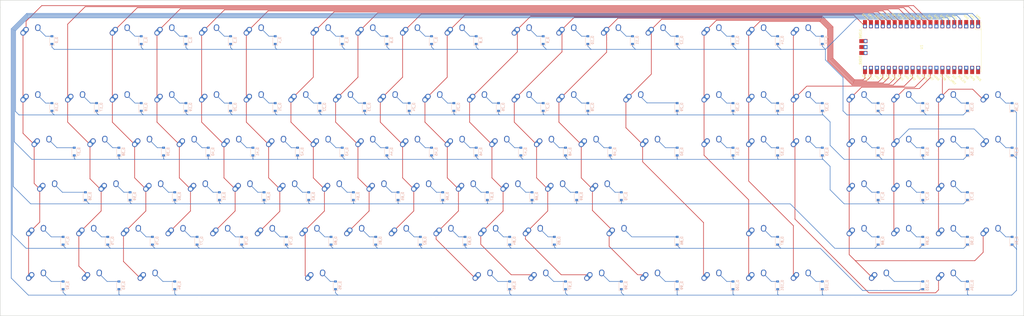
<source format=kicad_pcb>
(kicad_pcb (version 20211014) (generator pcbnew)
  (title_block (title "2001 Funkyboard") (date "2022-10-11") (company "leondrolio.com") (comment 1 "Microsoft Teams") (comment 2 "Sponsored by the eternal darkness that consumes us"))
  (layers (0 "F.Cu" signal) (31 "B.Cu" signal) (34 "B.Paste" user) (35 "F.Paste" user) (36 "B.SilkS" user "B.Silkscreen") (37 "F.SilkS" user "F.Silkscreen") (38 "B.Mask" user) (39 "F.Mask" user) (44 "Edge.Cuts" user))
  (net 0 "")
  (net 2 "col0")
  (net 3 "col1")
  (net 4 "col2")
  (net 5 "col3")
  (net 6 "col4")
  (net 7 "col5")
  (net 8 "col6")
  (net 9 "col7")
  (net 10 "col8")
  (net 11 "col9")
  (net 12 "col10")
  (net 13 "col11")
  (net 14 "col12")
  (net 15 "col13")
  (net 16 "col14")
  (net 17 "col15")
  (net 18 "col16")
  (net 19 "col17")
  (net 20 "col18")
  (net 21 "col19")
  (net 24 "row0")
  (net 25 "row1")
  (net 26 "row2")
  (net 27 "row3")
  (net 28 "row4")
  (net 29 "row5")
  (net 36 "Net-(D_0-Pad2)")
  (net 42 "Net-(D_1-Pad2)")
  (net 46 "Net-(D_2-Pad2)")
  (net 47 "Net-(D_3-Pad2)")
  (net 48 "Net-(D_4-Pad2)")
  (net 49 "Net-(D_5-Pad2)")
  (net 50 "Net-(D_6-Pad2)")
  (net 51 "Net-(D_7-Pad2)")
  (net 52 "Net-(D_8-Pad2)")
  (net 53 "Net-(D_9-Pad2)")
  (net 54 "Net-(D_10-Pad2)")
  (net 55 "Net-(D_11-Pad2)")
  (net 56 "Net-(D_12-Pad2)")
  (net 57 "Net-(D_13-Pad2)")
  (net 58 "Net-(D_14-Pad2)")
  (net 59 "Net-(D_15-Pad2)")
  (net 60 "Net-(D_16-Pad2)")
  (net 61 "Net-(D_17-Pad2)")
  (net 62 "Net-(D_18-Pad2)")
  (net 63 "Net-(D_19-Pad2)")
  (net 64 "Net-(D_20-Pad2)")
  (net 65 "Net-(D_21-Pad2)")
  (net 66 "Net-(D_22-Pad2)")
  (net 67 "Net-(D_23-Pad2)")
  (net 68 "Net-(D_24-Pad2)")
  (net 69 "Net-(D_25-Pad2)")
  (net 70 "Net-(D_26-Pad2)")
  (net 71 "Net-(D_27-Pad2)")
  (net 72 "Net-(D_28-Pad2)")
  (net 73 "Net-(D_29-Pad2)")
  (net 74 "Net-(D_30-Pad2)")
  (net 75 "Net-(D_31-Pad2)")
  (net 76 "Net-(D_32-Pad2)")
  (net 77 "Net-(D_33-Pad2)")
  (net 78 "Net-(D_34-Pad2)")
  (net 79 "Net-(D_35-Pad2)")
  (net 80 "Net-(D_36-Pad2)")
  (net 81 "Net-(D_37-Pad2)")
  (net 82 "Net-(D_38-Pad2)")
  (net 83 "Net-(D_39-Pad2)")
  (net 84 "Net-(D_40-Pad2)")
  (net 85 "Net-(D_41-Pad2)")
  (net 86 "Net-(D_42-Pad2)")
  (net 87 "Net-(D_43-Pad2)")
  (net 88 "Net-(D_44-Pad2)")
  (net 89 "Net-(D_45-Pad2)")
  (net 90 "Net-(D_46-Pad2)")
  (net 91 "Net-(D_47-Pad2)")
  (net 92 "Net-(D_48-Pad2)")
  (net 93 "Net-(D_49-Pad2)")
  (net 94 "Net-(D_50-Pad2)")
  (net 95 "Net-(D_51-Pad2)")
  (net 96 "Net-(D_52-Pad2)")
  (net 97 "Net-(D_53-Pad2)")
  (net 98 "Net-(D_54-Pad2)")
  (net 99 "Net-(D_55-Pad2)")
  (net 100 "Net-(D_56-Pad2)")
  (net 101 "Net-(D_57-Pad2)")
  (net 102 "Net-(D_58-Pad2)")
  (net 103 "Net-(D_59-Pad2)")
  (net 104 "Net-(D_60-Pad2)")
  (net 105 "Net-(D_61-Pad2)")
  (net 106 "Net-(D_62-Pad2)")
  (net 107 "Net-(D_63-Pad2)")
  (net 108 "Net-(D_64-Pad2)")
  (net 109 "Net-(D_65-Pad2)")
  (net 110 "Net-(D_66-Pad2)")
  (net 111 "Net-(D_67-Pad2)")
  (net 112 "Net-(D_68-Pad2)")
  (net 113 "Net-(D_69-Pad2)")
  (net 114 "Net-(D_70-Pad2)")
  (net 115 "Net-(D_71-Pad2)")
  (net 116 "Net-(D_72-Pad2)")
  (net 117 "Net-(D_73-Pad2)")
  (net 118 "Net-(D_74-Pad2)")
  (net 119 "Net-(D_75-Pad2)")
  (net 120 "Net-(D_76-Pad2)")
  (net 121 "Net-(D_77-Pad2)")
  (net 122 "Net-(D_78-Pad2)")
  (net 123 "Net-(D_79-Pad2)")
  (net 124 "Net-(D_80-Pad2)")
  (net 125 "Net-(D_81-Pad2)")
  (net 126 "Net-(D_82-Pad2)")
  (net 127 "Net-(D_83-Pad2)")
  (net 128 "Net-(D_84-Pad2)")
  (net 129 "Net-(D_85-Pad2)")
  (net 130 "Net-(D_86-Pad2)")
  (net 131 "Net-(D_87-Pad2)")
  (net 132 "Net-(D_88-Pad2)")
  (net 133 "Net-(D_89-Pad2)")
  (net 134 "Net-(D_90-Pad2)")
  (net 135 "Net-(D_91-Pad2)")
  (net 136 "Net-(D_92-Pad2)")
  (net 137 "Net-(D_93-Pad2)")
  (net 138 "Net-(D_94-Pad2)")
  (net 139 "Net-(D_95-Pad2)")
  (net 140 "Net-(D_96-Pad2)")
  (net 141 "Net-(D_97-Pad2)")
  (net 142 "Net-(D_98-Pad2)")
  (net 143 "Net-(D_99-Pad2)")
  (net 144 "Net-(D_100-Pad2)")
  (net 145 "Net-(D_101-Pad2)")
  (net 146 "Net-(D_102-Pad2)")
  (net 147 "Net-(D_103-Pad2)")
  (net 148 "Net-(D_104-Pad2)")
  (footprint "MX_Alps_Hybrid:MX-1U-NoLED" (layer "F.Cu") (at 244.1625 213.2)
    (fp_text reference "K_65")
    (fp_text value "KEYSW")
  )
  (footprint "MX_Alps_Hybrid:MX-1U-NoLED" (layer "F.Cu") (at 406.0875 175.1)
    (fp_text reference "K_31")
    (fp_text value "KEYSW")
  )
  (footprint "MX_Alps_Hybrid:MX-1U-NoLED" (layer "F.Cu") (at 153.675 175.1)
    (fp_text reference "K_19")
    (fp_text value "KEYSW")
  )
  (footprint "MX_Alps_Hybrid:MX-1U-NoLED" (layer "F.Cu") (at 234.6375 232.25)
    (fp_text reference "K_81")
    (fp_text value "KEYSW")
  )
  (footprint "MX_Alps_Hybrid:MX-1U-NoLED" (layer "F.Cu") (at 487.05 251.3)
    (fp_text reference "K_104")
    (fp_text value "KEYSW")
  )
  (footprint "MX_Alps_Hybrid:MX-1U-NoLED" (layer "F.Cu") (at 177.4875 232.25)
    (fp_text reference "K_78")
    (fp_text value "KEYSW")
  )
  (footprint "MX_Alps_Hybrid:MX-2U-NoLED" (layer "F.Cu") (at 353.7 175.1)
    (fp_text reference "K_29")
    (fp_text value "KEYSW")
  )
  (footprint "MX_Alps_Hybrid:MX-1U-NoLED" (layer "F.Cu") (at 468 232.25)
    (fp_text reference "K_89")
    (fp_text value "KEYSW")
  )
  (footprint "MX_Alps_Hybrid:MX-1U-NoLED" (layer "F.Cu") (at 334.65 194.15)
    (fp_text reference "K_49")
    (fp_text value "KEYSW")
  )
  (footprint "MX_Alps_Hybrid:MX-1U-NoLED" (layer "F.Cu") (at 267.975 175.1)
    (fp_text reference "K_25")
    (fp_text value "KEYSW")
  )
  (footprint "MX_Alps_Hybrid:MX-1U-NoLED" (layer "F.Cu") (at 448.95 232.25)
    (fp_text reference "K_88")
    (fp_text value "KEYSW")
  )
  (footprint "MX_Alps_Hybrid:MX-1U-NoLED" (layer "F.Cu") (at 468 175.1)
    (fp_text reference "K_34")
    (fp_text value "KEYSW")
  )
  (footprint "MX_Alps_Hybrid:MX-1U-NoLED" (layer "F.Cu") (at 134.625 175.1)
    (fp_text reference "K_18")
    (fp_text value "KEYSW")
  )
  (footprint "MX_Alps_Hybrid:MX-1.75U-NoLED" (layer "F.Cu") (at 103.66875 213.2)
    (fp_text reference "K_58")
    (fp_text value "KEYSW")
  )
  (footprint "MX_Alps_Hybrid:MX-1U-NoLED" (layer "F.Cu") (at 506.1 194.15)
    (fp_text reference "K_57")
    (fp_text value "KEYSW")
  )
  (footprint "MX_Alps_Hybrid:MX-1U-NoLED" (layer "F.Cu") (at 320.3625 213.2)
    (fp_text reference "K_69")
    (fp_text value "KEYSW")
  )
  (footprint "MX_Alps_Hybrid:MX-1U-NoLED" (layer "F.Cu") (at 406.0875 194.15)
    (fp_text reference "K_52")
    (fp_text value "KEYSW")
  )
  (footprint "MX_Alps_Hybrid:MX-1.25U-NoLED" (layer "F.Cu") (at 146.53125 251.3)
    (fp_text reference "K_94")
    (fp_text value "KEYSW")
  )
  (footprint "MX_Alps_Hybrid:MX-1U-NoLED" (layer "F.Cu") (at 363.225 146.525)
    (fp_text reference "K_12")
    (fp_text value "KEYSW")
  )
  (footprint "MX_Alps_Hybrid:MX-1U-NoLED" (layer "F.Cu") (at 487.05 175.1)
    (fp_text reference "K_35")
    (fp_text value "KEYSW")
  )
  (footprint "MX_Alps_Hybrid:MX-1U-NoLED" (layer "F.Cu") (at 506.1 232.25)
    (fp_text reference "K_91")
    (fp_text value "KEYSW")
  )
  (footprint "MX_Alps_Hybrid:MX-1U-NoLED" (layer "F.Cu") (at 258.45 146.525)
    (fp_text reference "K_7")
    (fp_text value "KEYSW")
  )
  (footprint "MX_Alps_Hybrid:MX-1U-NoLED" (layer "F.Cu") (at 277.5 146.525)
    (fp_text reference "K_8")
    (fp_text value "KEYSW")
  )
  (footprint "MX_Alps_Hybrid:MX-1U-NoLED" (layer "F.Cu") (at 191.775 175.1)
    (fp_text reference "K_21")
    (fp_text value "KEYSW")
  )
  (footprint "MX_Alps_Hybrid:MX-1U-NoLED" (layer "F.Cu") (at 306.075 146.525)
    (fp_text reference "K_9")
    (fp_text value "KEYSW")
  )
  (footprint "MX_Alps_Hybrid:MX-1U-NoLED" (layer "F.Cu") (at 220.35 194.15)
    (fp_text reference "K_43")
    (fp_text value "KEYSW")
  )
  (footprint "MX_Alps_Hybrid:MX-1U-NoLED" (layer "F.Cu") (at 339.4125 213.2)
    (fp_text reference "K_70")
    (fp_text value "KEYSW")
  )
  (footprint "MX_Alps_Hybrid:MX-1.25U-NoLED" (layer "F.Cu") (at 98.90625 232.25)
    (fp_text reference "K_74")
    (fp_text value "KEYSW")
  )
  (footprint "MX_Alps_Hybrid:MX-1.25U-NoLED" (layer "F.Cu") (at 360.84375 251.3)
    (fp_text reference "K_99")
    (fp_text value "KEYSW")
  )
  (footprint "MX_Alps_Hybrid:MX-1U-NoLED" (layer "F.Cu") (at 272.7375 232.25)
    (fp_text reference "K_83")
    (fp_text value "KEYSW")
  )
  (footprint "MX_Alps_Hybrid:MX-1U-NoLED" (layer "F.Cu") (at 167.9625 213.2)
    (fp_text reference "K_61")
    (fp_text value "KEYSW")
  )
  (footprint "MX_Alps_Hybrid:MX-1U-NoLED" (layer "F.Cu") (at 163.2 194.15)
    (fp_text reference "K_40")
    (fp_text value "KEYSW")
  )
  (footprint "MX_Alps_Hybrid:MX-1U-NoLED" (layer "F.Cu") (at 201.3 194.15)
    (fp_text reference "K_42")
    (fp_text value "KEYSW")
  )
  (footprint "MX_Alps_Hybrid:MX-1U-NoLED" (layer "F.Cu") (at 487.05 213.2)
    (fp_text reference "K_73")
    (fp_text value "KEYSW")
  )
  (footprint "MX_Alps_Hybrid:MX-1U-NoLED" (layer "F.Cu") (at 291.7875 232.25)
    (fp_text reference "K_84")
    (fp_text value "KEYSW")
  )
  (footprint "MX_Alps_Hybrid:MX-6.25U-NoLED" (layer "F.Cu") (at 217.96875 251.3)
    (fp_text reference "K_95")
    (fp_text value "KEYSW")
  )
  (footprint "MX_Alps_Hybrid:MX-1U-NoLED" (layer "F.Cu") (at 153.675 146.525)
    (fp_text reference "K_2")
    (fp_text value "KEYSW")
  )
  (footprint "MX_Alps_Hybrid:MX-1.5U-NoLED" (layer "F.Cu") (at 101.2875 194.15)
    (fp_text reference "K_37")
    (fp_text value "KEYSW")
  )
  (footprint "MCU_RaspberryPi_and_Boards:RPi_Pico_SMD_TH" (layer "F.Cu") (at 476 150 -90)
    (fp_text reference "U1")
    (fp_text value "Pico")
  )
  (footprint "MX_Alps_Hybrid:MX-1U-NoLED" (layer "F.Cu") (at 172.725 175.1)
    (fp_text reference "K_20")
    (fp_text value "KEYSW")
  )
  (footprint "MX_Alps_Hybrid:MX-1U-NoLED" (layer "F.Cu") (at 148.9125 213.2)
    (fp_text reference "K_60")
    (fp_text value "KEYSW")
  )
  (footprint "MX_Alps_Hybrid:MX-1U-NoLED" (layer "F.Cu") (at 387.0375 251.3)
    (fp_text reference "K_100")
    (fp_text value "KEYSW")
  )
  (footprint "MX_Alps_Hybrid:MX-1.25U-NoLED" (layer "F.Cu") (at 313.21875 251.3)
    (fp_text reference "K_97")
    (fp_text value "KEYSW")
  )
  (footprint "MX_Alps_Hybrid:MX-1U-NoLED" (layer "F.Cu") (at 325.125 175.1)
    (fp_text reference "K_28")
    (fp_text value "KEYSW")
  )
  (footprint "MX_Alps_Hybrid:MX-1U-NoLED" (layer "F.Cu") (at 191.775 146.525)
    (fp_text reference "K_4")
    (fp_text value "KEYSW")
  )
  (footprint "MX_Alps_Hybrid:MX-1U-NoLED" (layer "F.Cu") (at 239.4 146.525)
    (fp_text reference "K_6")
    (fp_text value "KEYSW")
  )
  (footprint "MX_Alps_Hybrid:MX-1U-NoLED" (layer "F.Cu") (at 258.45 194.15)
    (fp_text reference "K_45")
    (fp_text value "KEYSW")
  )
  (footprint "MX_Alps_Hybrid:MX-1U-NoLED" (layer "F.Cu") (at 425.1375 175.1)
    (fp_text reference "K_32")
    (fp_text value "KEYSW")
  )
  (footprint "MX_Alps_Hybrid:MX-1U-NoLED" (layer "F.Cu") (at 239.4 194.15)
    (fp_text reference "K_44")
    (fp_text value "KEYSW")
  )
  (footprint "MX_Alps_Hybrid:MX-1U-NoLED" (layer "F.Cu") (at 406.0875 251.3)
    (fp_text reference "K_101")
    (fp_text value "KEYSW")
  )
  (footprint "MX_Alps_Hybrid:MX-1U-NoLED" (layer "F.Cu") (at 406.0875 232.25)
    (fp_text reference "K_87")
    (fp_text value "KEYSW")
  )
  (footprint "MX_Alps_Hybrid:MX-1U-NoLED" (layer "F.Cu") (at 468 213.2)
    (fp_text reference "K_72")
    (fp_text value "KEYSW")
  )
  (footprint "MX_Alps_Hybrid:MX-1U-NoLED" (layer "F.Cu") (at 282.2625 213.2)
    (fp_text reference "K_67")
    (fp_text value "KEYSW")
  )
  (footprint "MX_Alps_Hybrid:MX-1U-NoLED" (layer "F.Cu") (at 196.5375 232.25)
    (fp_text reference "K_79")
    (fp_text value "KEYSW")
  )
  (footprint "MX_Alps_Hybrid:MX-1U-NoLED" (layer "F.Cu") (at 287.025 175.1)
    (fp_text reference "K_26")
    (fp_text value "KEYSW")
  )
  (footprint "MX_Alps_Hybrid:MX-1U-NoLED" (layer "F.Cu") (at 448.95 213.2)
    (fp_text reference "K_71")
    (fp_text value "KEYSW")
  )
  (footprint "MX_Alps_Hybrid:MX-1U-NoLED" (layer "F.Cu") (at 387.0375 194.15)
    (fp_text reference "K_51")
    (fp_text value "KEYSW")
  )
  (footprint "MX_Alps_Hybrid:MX-1U-NoLED" (layer "F.Cu") (at 248.925 175.1)
    (fp_text reference "K_24")
    (fp_text value "KEYSW")
  )
  (footprint "MX_Alps_Hybrid:MX-1U-NoLED" (layer "F.Cu") (at 120.3375 232.25)
    (fp_text reference "K_75")
    (fp_text value "KEYSW")
  )
  (footprint "MX_Alps_Hybrid:MX-1U-NoLED" (layer "F.Cu") (at 325.125 146.525)
    (fp_text reference "K_10")
    (fp_text value "KEYSW")
  )
  (footprint "MX_Alps_Hybrid:MX-1U-NoLED" (layer "F.Cu") (at 263.2125 213.2)
    (fp_text reference "K_66")
    (fp_text value "KEYSW")
  )
  (footprint "MX_Alps_Hybrid:MX-1U-NoLED" (layer "F.Cu") (at 506.1 175.1)
    (fp_text reference "K_36")
    (fp_text value "KEYSW")
  )
  (footprint "MX_Alps_Hybrid:MX-1U-NoLED" (layer "F.Cu") (at 182.25 194.15)
    (fp_text reference "K_41")
    (fp_text value "KEYSW")
  )
  (footprint "MX_Alps_Hybrid:MX-1U-NoLED" (layer "F.Cu") (at 425.1375 194.15)
    (fp_text reference "K_53")
    (fp_text value "KEYSW")
  )
  (footprint "MX_Alps_Hybrid:MX-1U-NoLED" (layer "F.Cu") (at 134.625 146.525)
    (fp_text reference "K_1")
    (fp_text value "KEYSW")
  )
  (footprint "MX_Alps_Hybrid:MX-1U-NoLED" (layer "F.Cu") (at 296.55 194.15)
    (fp_text reference "K_47")
    (fp_text value "KEYSW")
  )
  (footprint "MX_Alps_Hybrid:MX-1U-NoLED" (layer "F.Cu") (at 129.8625 213.2)
    (fp_text reference "K_59")
    (fp_text value "KEYSW")
  )
  (footprint "MX_Alps_Hybrid:MX-1U-NoLED" (layer "F.Cu") (at 387.0375 146.525)
    (fp_text reference "K_13")
    (fp_text value "KEYSW")
  )
  (footprint "MX_Alps_Hybrid:MX-1U-NoLED" (layer "F.Cu") (at 139.3875 232.25)
    (fp_text reference "K_76")
    (fp_text value "KEYSW")
  )
  (footprint "MX_Alps_Hybrid:MX-1U-NoLED" (layer "F.Cu") (at 206.0625 213.2)
    (fp_text reference "K_63")
    (fp_text value "KEYSW")
  )
  (footprint "MX_Alps_Hybrid:MX-1.25U-NoLED" (layer "F.Cu") (at 289.40625 251.3)
    (fp_text reference "K_96")
    (fp_text value "KEYSW")
  )
  (footprint "MX_Alps_Hybrid:MX-1U-NoLED" (layer "F.Cu") (at 315.6 194.15)
    (fp_text reference "K_48")
    (fp_text value "KEYSW")
  )
  (footprint "MX_Alps_Hybrid:MX-1U-NoLED" (layer "F.Cu") (at 96.525 146.525)
    (fp_text reference "K_0")
    (fp_text value "KEYSW")
  )
  (footprint "MX_Alps_Hybrid:MX-1U-NoLED" (layer "F.Cu") (at 210.825 175.1)
    (fp_text reference "K_22")
    (fp_text value "KEYSW")
  )
  (footprint "MX_Alps_Hybrid:MX-1.25U-NoLED" (layer "F.Cu") (at 337.03125 251.3)
    (fp_text reference "K_98")
    (fp_text value "KEYSW")
  )
  (footprint "MX_Alps_Hybrid:MX-1U-NoLED" (layer "F.Cu") (at 277.5 194.15)
    (fp_text reference "K_46")
    (fp_text value "KEYSW")
  )
  (footprint "MX_Alps_Hybrid:MX-1.25U-NoLED" (layer "F.Cu") (at 360.84375 194.15)
    (fp_text reference "K_50")
    (fp_text value "KEYSW")
  )
  (footprint "MX_Alps_Hybrid:MX-1U-NoLED" (layer "F.Cu") (at 172.725 146.525)
    (fp_text reference "K_3")
    (fp_text value "KEYSW")
  )
  (footprint "MX_Alps_Hybrid:MX-1U-NoLED" (layer "F.Cu") (at 144.15 194.15)
    (fp_text reference "K_39")
    (fp_text value "KEYSW")
  )
  (footprint "MX_Alps_Hybrid:MX-1U-NoLED" (layer "F.Cu") (at 425.1375 146.525)
    (fp_text reference "K_15")
    (fp_text value "KEYSW")
  )
  (footprint "MX_Alps_Hybrid:MX-1.25U-NoLED" (layer "F.Cu") (at 122.71875 251.3)
    (fp_text reference "K_93")
    (fp_text value "KEYSW")
  )
  (footprint "MX_Alps_Hybrid:MX-1U-NoLED" (layer "F.Cu") (at 215.5875 232.25)
    (fp_text reference "K_80")
    (fp_text value "KEYSW")
  )
  (footprint "MX_Alps_Hybrid:MX-1U-NoLED" (layer "F.Cu") (at 225.1125 213.2)
    (fp_text reference "K_64")
    (fp_text value "KEYSW")
  )
  (footprint "MX_Alps_Hybrid:MX-1U-NoLED" (layer "F.Cu") (at 220.35 146.525)
    (fp_text reference "K_5")
    (fp_text value "KEYSW")
  )
  (footprint "MX_Alps_Hybrid:MX-1U-NoLED" (layer "F.Cu") (at 301.3125 213.2)
    (fp_text reference "K_68")
    (fp_text value "KEYSW")
  )
  (footprint "MX_Alps_Hybrid:MX-1U-NoLED" (layer "F.Cu") (at 487.05 194.15)
    (fp_text reference "K_56")
    (fp_text value "KEYSW")
  )
  (footprint "MX_Alps_Hybrid:MX-1U-NoLED" (layer "F.Cu") (at 306.075 175.1)
    (fp_text reference "K_27")
    (fp_text value "KEYSW")
  )
  (footprint "MX_Alps_Hybrid:MX-1U-NoLED" (layer "F.Cu") (at 96.525 175.1)
    (fp_text reference "K_16")
    (fp_text value "KEYSW")
  )
  (footprint "MX_Alps_Hybrid:MX-1U-NoLED" (layer "F.Cu") (at 125.1 194.15)
    (fp_text reference "K_38")
    (fp_text value "KEYSW")
  )
  (footprint "MX_Alps_Hybrid:MX-1U-NoLED" (layer "F.Cu") (at 187.0125 213.2)
    (fp_text reference "K_62")
    (fp_text value "KEYSW")
  )
  (footprint "MX_Alps_Hybrid:MX-1U-NoLED" (layer "F.Cu") (at 406.0875 146.525)
    (fp_text reference "K_14")
    (fp_text value "KEYSW")
  )
  (footprint "MX_Alps_Hybrid:MX-1U-NoLED" (layer "F.Cu") (at 425.1375 251.3)
    (fp_text reference "K_102")
    (fp_text value "KEYSW")
  )
  (footprint "MX_Alps_Hybrid:MX-1U-NoLED" (layer "F.Cu") (at 158.4375 232.25)
    (fp_text reference "K_77")
    (fp_text value "KEYSW")
  )
  (footprint "MX_Alps_Hybrid:MX-1U-NoLED" (layer "F.Cu") (at 253.6875 232.25)
    (fp_text reference "K_82")
    (fp_text value "KEYSW")
  )
  (footprint "MX_Alps_Hybrid:MX-1U-NoLED" (layer "F.Cu") (at 310.8375 232.25)
    (fp_text reference "K_85")
    (fp_text value "KEYSW")
  )
  (footprint "MX_Alps_Hybrid:MX-1U-NoLED" (layer "F.Cu") (at 344.175 146.525)
    (fp_text reference "K_11")
    (fp_text value "KEYSW")
  )
  (footprint "MX_Alps_Hybrid:MX-1.25U-NoLED" (layer "F.Cu") (at 98.90625 251.3)
    (fp_text reference "K_92")
    (fp_text value "KEYSW")
  )
  (footprint "MX_Alps_Hybrid:MX-1U-NoLED" (layer "F.Cu") (at 448.95 194.15)
    (fp_text reference "K_54")
    (fp_text value "KEYSW")
  )
  (footprint "MX_Alps_Hybrid:MX-2.75U-NoLED" (layer "F.Cu") (at 346.55625 232.25)
    (fp_text reference "K_86")
    (fp_text value "KEYSW")
  )
  (footprint "MX_Alps_Hybrid:MX-1U-NoLED" (layer "F.Cu") (at 468 194.15)
    (fp_text reference "K_55")
    (fp_text value "KEYSW")
  )
  (footprint "MX_Alps_Hybrid:MX-1U-NoLED" (layer "F.Cu") (at 448.95 175.1)
    (fp_text reference "K_33")
    (fp_text value "KEYSW")
  )
  (footprint "MX_Alps_Hybrid:MX-1U-NoLED" (layer "F.Cu") (at 387.0375 175.1)
    (fp_text reference "K_30")
    (fp_text value "KEYSW")
  )
  (footprint "MX_Alps_Hybrid:MX-1U-NoLED" (layer "F.Cu") (at 229.875 175.1)
    (fp_text reference "K_23")
    (fp_text value "KEYSW")
  )
  (footprint "MX_Alps_Hybrid:MX-2U-NoLED" (layer "F.Cu") (at 458.475 251.3)
    (fp_text reference "K_103")
    (fp_text value "KEYSW")
  )
  (footprint "MX_Alps_Hybrid:MX-1U-NoLED" (layer "F.Cu") (at 115.575 175.1)
    (fp_text reference "K_17")
    (fp_text value "KEYSW")
  )
  (footprint "MX_Alps_Hybrid:MX-1U-NoLED" (layer "F.Cu") (at 487.05 232.25)
    (fp_text reference "K_90")
    (fp_text value "KEYSW")
  )
  (footprint "Diode_SMD:D_SOD-123" (layer "B.Cu") (at 147.9125 232.75 90)
    (fp_text reference "D_76")
    (fp_text value "D")
  )
  (footprint "Diode_SMD:D_SOD-123" (layer "B.Cu") (at 109.8125 251.8 90)
    (fp_text reference "D_92")
    (fp_text value "D")
  )
  (footprint "Diode_SMD:D_SOD-123" (layer "B.Cu") (at 162.2 175.6 90)
    (fp_text reference "D_19")
    (fp_text value "D")
  )
  (footprint "Diode_SMD:D_SOD-123" (layer "B.Cu") (at 433.6625 194.65 90)
    (fp_text reference "D_53")
    (fp_text value "D")
  )
  (footprint "Diode_SMD:D_SOD-123" (layer "B.Cu") (at 157.4375 251.8 90)
    (fp_text reference "D_94")
    (fp_text value "D")
  )
  (footprint "Diode_SMD:D_SOD-123" (layer "B.Cu") (at 457.475 194.65 90)
    (fp_text reference "D_54")
    (fp_text value "D")
  )
  (footprint "Diode_SMD:D_SOD-123" (layer "B.Cu") (at 271.7375 213.7 90)
    (fp_text reference "D_66")
    (fp_text value "D")
  )
  (footprint "Diode_SMD:D_SOD-123" (layer "B.Cu") (at 190.775 194.65 90)
    (fp_text reference "D_41")
    (fp_text value "D")
  )
  (footprint "Diode_SMD:D_SOD-123" (layer "B.Cu") (at 495.575 251.8 90)
    (fp_text reference "D_104")
    (fp_text value "D")
  )
  (footprint "Diode_SMD:D_SOD-123" (layer "B.Cu") (at 305.075 194.65 90)
    (fp_text reference "D_47")
    (fp_text value "D")
  )
  (footprint "Diode_SMD:D_SOD-123" (layer "B.Cu") (at 262.2125 232.75 90)
    (fp_text reference "D_82")
    (fp_text value "D")
  )
  (footprint "Diode_SMD:D_SOD-123" (layer "B.Cu") (at 195.5375 213.7 90)
    (fp_text reference "D_62")
    (fp_text value "D")
  )
  (footprint "Diode_SMD:D_SOD-123" (layer "B.Cu") (at 414.6125 232.75 90)
    (fp_text reference "D_87")
    (fp_text value "D")
  )
  (footprint "Diode_SMD:D_SOD-123" (layer "B.Cu") (at 476.525 175.6 90)
    (fp_text reference "D_34")
    (fp_text value "D")
  )
  (footprint "Diode_SMD:D_SOD-123" (layer "B.Cu") (at 138.3875 213.7 90)
    (fp_text reference "D_59")
    (fp_text value "D")
  )
  (footprint "Diode_SMD:D_SOD-123" (layer "B.Cu") (at 495.575 175.6 90)
    (fp_text reference "D_35")
    (fp_text value "D")
  )
  (footprint "Diode_SMD:D_SOD-123" (layer "B.Cu") (at 309.8375 213.7 90)
    (fp_text reference "D_68")
    (fp_text value "D")
  )
  (footprint "Diode_SMD:D_SOD-123" (layer "B.Cu") (at 414.6125 251.8 90)
    (fp_text reference "D_101")
    (fp_text value "D")
  )
  (footprint "Diode_SMD:D_SOD-123" (layer "B.Cu") (at 186.0125 232.75 90)
    (fp_text reference "D_78")
    (fp_text value "D")
  )
  (footprint "Diode_SMD:D_SOD-123" (layer "B.Cu") (at 476.525 232.75 90)
    (fp_text reference "D_89")
    (fp_text value "D")
  )
  (footprint "Diode_SMD:D_SOD-123" (layer "B.Cu") (at 324.125 251.8 90)
    (fp_text reference "D_97")
    (fp_text value "D")
  )
  (footprint "Diode_SMD:D_SOD-123" (layer "B.Cu") (at 314.6 147.025 90)
    (fp_text reference "D_9")
    (fp_text value "D")
  )
  (footprint "Diode_SMD:D_SOD-123" (layer "B.Cu") (at 476.525 194.65 90)
    (fp_text reference "D_55")
    (fp_text value "D")
  )
  (footprint "Diode_SMD:D_SOD-123" (layer "B.Cu") (at 371.75 194.65 90)
    (fp_text reference "D_50")
    (fp_text value "D")
  )
  (footprint "Diode_SMD:D_SOD-123" (layer "B.Cu") (at 300.3125 232.75 90)
    (fp_text reference "D_84")
    (fp_text value "D")
  )
  (footprint "Diode_SMD:D_SOD-123" (layer "B.Cu") (at 109.8125 232.75 90)
    (fp_text reference "D_74")
    (fp_text value "D")
  )
  (footprint "Diode_SMD:D_SOD-123" (layer "B.Cu") (at 371.75 147.025 90)
    (fp_text reference "D_12")
    (fp_text value "D")
  )
  (footprint "Diode_SMD:D_SOD-123" (layer "B.Cu") (at 114.575 194.65 90)
    (fp_text reference "D_37")
    (fp_text value "D")
  )
  (footprint "Diode_SMD:D_SOD-123" (layer "B.Cu") (at 171.725 194.65 90)
    (fp_text reference "D_40")
    (fp_text value "D")
  )
  (footprint "Diode_SMD:D_SOD-123" (layer "B.Cu") (at 319.3625 232.75 90)
    (fp_text reference "D_85")
    (fp_text value "D")
  )
  (footprint "Diode_SMD:D_SOD-123" (layer "B.Cu") (at 457.475 232.75 90)
    (fp_text reference "D_88")
    (fp_text value "D")
  )
  (footprint "Diode_SMD:D_SOD-123" (layer "B.Cu") (at 266.975 194.65 90)
    (fp_text reference "D_45")
    (fp_text value "D")
  )
  (footprint "Diode_SMD:D_SOD-123" (layer "B.Cu") (at 166.9625 232.75 90)
    (fp_text reference "D_77")
    (fp_text value "D")
  )
  (footprint "Diode_SMD:D_SOD-123" (layer "B.Cu") (at 247.925 147.025 90)
    (fp_text reference "D_6")
    (fp_text value "D")
  )
  (footprint "Diode_SMD:D_SOD-123" (layer "B.Cu") (at 333.65 147.025 90)
    (fp_text reference "D_10")
    (fp_text value "D")
  )
  (footprint "Diode_SMD:D_SOD-123" (layer "B.Cu") (at 414.6125 194.65 90)
    (fp_text reference "D_52")
    (fp_text value "D")
  )
  (footprint "Diode_SMD:D_SOD-123" (layer "B.Cu") (at 152.675 194.65 90)
    (fp_text reference "D_39")
    (fp_text value "D")
  )
  (footprint "Diode_SMD:D_SOD-123" (layer "B.Cu") (at 343.175 194.65 90)
    (fp_text reference "D_49")
    (fp_text value "D")
  )
  (footprint "Diode_SMD:D_SOD-123" (layer "B.Cu") (at 414.6125 147.025 90)
    (fp_text reference "D_14")
    (fp_text value "D")
  )
  (footprint "Diode_SMD:D_SOD-123" (layer "B.Cu") (at 143.15 147.025 90)
    (fp_text reference "D_1")
    (fp_text value "D")
  )
  (footprint "Diode_SMD:D_SOD-123" (layer "B.Cu") (at 495.575 194.65 90)
    (fp_text reference "D_56")
    (fp_text value "D")
  )
  (footprint "Diode_SMD:D_SOD-123" (layer "B.Cu") (at 395.5625 147.025 90)
    (fp_text reference "D_13")
    (fp_text value "D")
  )
  (footprint "Diode_SMD:D_SOD-123" (layer "B.Cu") (at 224.1125 232.75 90)
    (fp_text reference "D_80")
    (fp_text value "D")
  )
  (footprint "Diode_SMD:D_SOD-123" (layer "B.Cu") (at 295.55 175.6 90)
    (fp_text reference "D_26")
    (fp_text value "D")
  )
  (footprint "Diode_SMD:D_SOD-123" (layer "B.Cu") (at 395.5625 175.6 90)
    (fp_text reference "D_30")
    (fp_text value "D")
  )
  (footprint "Diode_SMD:D_SOD-123" (layer "B.Cu") (at 514.625 194.65 90)
    (fp_text reference "D_57")
    (fp_text value "D")
  )
  (footprint "Diode_SMD:D_SOD-123" (layer "B.Cu") (at 105.05 175.6 90)
    (fp_text reference "D_16")
    (fp_text value "D")
  )
  (footprint "Diode_SMD:D_SOD-123" (layer "B.Cu") (at 133.625 194.65 90)
    (fp_text reference "D_38")
    (fp_text value "D")
  )
  (footprint "Diode_SMD:D_SOD-123" (layer "B.Cu") (at 181.25 147.025 90)
    (fp_text reference "D_3")
    (fp_text value "D")
  )
  (footprint "Diode_SMD:D_SOD-123" (layer "B.Cu") (at 324.125 194.65 90)
    (fp_text reference "D_48")
    (fp_text value "D")
  )
  (footprint "Diode_SMD:D_SOD-123" (layer "B.Cu") (at 228.875 147.025 90)
    (fp_text reference "D_5")
    (fp_text value "D")
  )
  (footprint "Diode_SMD:D_SOD-123" (layer "B.Cu") (at 414.6125 175.6 90)
    (fp_text reference "D_31")
    (fp_text value "D")
  )
  (footprint "Diode_SMD:D_SOD-123" (layer "B.Cu") (at 209.825 194.65 90)
    (fp_text reference "D_42")
    (fp_text value "D")
  )
  (footprint "Diode_SMD:D_SOD-123" (layer "B.Cu") (at 314.6 175.6 90)
    (fp_text reference "D_27")
    (fp_text value "D")
  )
  (footprint "Diode_SMD:D_SOD-123" (layer "B.Cu") (at 495.575 213.7 90)
    (fp_text reference "D_73")
    (fp_text value "D")
  )
  (footprint "Diode_SMD:D_SOD-123" (layer "B.Cu") (at 266.975 147.025 90)
    (fp_text reference "D_7")
    (fp_text value "D")
  )
  (footprint "Diode_SMD:D_SOD-123" (layer "B.Cu") (at 352.7 147.025 90)
    (fp_text reference "D_11")
    (fp_text value "D")
  )
  (footprint "Diode_SMD:D_SOD-123" (layer "B.Cu") (at 200.3 175.6 90)
    (fp_text reference "D_21")
    (fp_text value "D")
  )
  (footprint "Diode_SMD:D_SOD-123" (layer "B.Cu") (at 514.625 175.6 90)
    (fp_text reference "D_36")
    (fp_text value "D")
  )
  (footprint "Diode_SMD:D_SOD-123" (layer "B.Cu") (at 300.3125 251.8 90)
    (fp_text reference "D_96")
    (fp_text value "D")
  )
  (footprint "Diode_SMD:D_SOD-123" (layer "B.Cu") (at 247.925 194.65 90)
    (fp_text reference "D_44")
    (fp_text value "D")
  )
  (footprint "Diode_SMD:D_SOD-123" (layer "B.Cu") (at 433.6625 175.6 90)
    (fp_text reference "D_32")
    (fp_text value "D")
  )
  (footprint "Diode_SMD:D_SOD-123" (layer "B.Cu") (at 243.1625 232.75 90)
    (fp_text reference "D_81")
    (fp_text value "D")
  )
  (footprint "Diode_SMD:D_SOD-123" (layer "B.Cu") (at 333.65 175.6 90)
    (fp_text reference "D_28")
    (fp_text value "D")
  )
  (footprint "Diode_SMD:D_SOD-123" (layer "B.Cu") (at 347.9375 251.8 90)
    (fp_text reference "D_98")
    (fp_text value "D")
  )
  (footprint "Diode_SMD:D_SOD-123" (layer "B.Cu") (at 143.15 175.6 90)
    (fp_text reference "D_18")
    (fp_text value "D")
  )
  (footprint "Diode_SMD:D_SOD-123" (layer "B.Cu") (at 228.875 194.65 90)
    (fp_text reference "D_43")
    (fp_text value "D")
  )
  (footprint "Diode_SMD:D_SOD-123" (layer "B.Cu") (at 286.025 147.025 90)
    (fp_text reference "D_8")
    (fp_text value "D")
  )
  (footprint "Diode_SMD:D_SOD-123" (layer "B.Cu") (at 238.4 175.6 90)
    (fp_text reference "D_23")
    (fp_text value "D")
  )
  (footprint "Diode_SMD:D_SOD-123" (layer "B.Cu") (at 176.4875 213.7 90)
    (fp_text reference "D_61")
    (fp_text value "D")
  )
  (footprint "Diode_SMD:D_SOD-123" (layer "B.Cu") (at 457.475 175.6 90)
    (fp_text reference "D_33")
    (fp_text value "D")
  )
  (footprint "Diode_SMD:D_SOD-123" (layer "B.Cu") (at 105.05 147.025 90)
    (fp_text reference "D_0")
    (fp_text value "D")
  )
  (footprint "Diode_SMD:D_SOD-123" (layer "B.Cu") (at 495.575 232.75 90)
    (fp_text reference "D_90")
    (fp_text value "D")
  )
  (footprint "Diode_SMD:D_SOD-123" (layer "B.Cu") (at 395.5625 194.65 90)
    (fp_text reference "D_51")
    (fp_text value "D")
  )
  (footprint "Diode_SMD:D_SOD-123" (layer "B.Cu") (at 328.8875 213.7 90)
    (fp_text reference "D_69")
    (fp_text value "D")
  )
  (footprint "Diode_SMD:D_SOD-123" (layer "B.Cu") (at 133.625 251.8 90)
    (fp_text reference "D_93")
    (fp_text value "D")
  )
  (footprint "Diode_SMD:D_SOD-123" (layer "B.Cu") (at 433.6625 147.025 90)
    (fp_text reference "D_15")
    (fp_text value "D")
  )
  (footprint "Diode_SMD:D_SOD-123" (layer "B.Cu") (at 214.5875 213.7 90)
    (fp_text reference "D_63")
    (fp_text value "D")
  )
  (footprint "Diode_SMD:D_SOD-123" (layer "B.Cu") (at 162.2 147.025 90)
    (fp_text reference "D_2")
    (fp_text value "D")
  )
  (footprint "Diode_SMD:D_SOD-123" (layer "B.Cu") (at 181.25 175.6 90)
    (fp_text reference "D_20")
    (fp_text value "D")
  )
  (footprint "Diode_SMD:D_SOD-123" (layer "B.Cu") (at 476.525 213.7 90)
    (fp_text reference "D_72")
    (fp_text value "D")
  )
  (footprint "Diode_SMD:D_SOD-123" (layer "B.Cu") (at 157.4375 213.7 90)
    (fp_text reference "D_60")
    (fp_text value "D")
  )
  (footprint "Diode_SMD:D_SOD-123" (layer "B.Cu") (at 205.0625 232.75 90)
    (fp_text reference "D_79")
    (fp_text value "D")
  )
  (footprint "Diode_SMD:D_SOD-123" (layer "B.Cu") (at 371.75 175.6 90)
    (fp_text reference "D_29")
    (fp_text value "D")
  )
  (footprint "Diode_SMD:D_SOD-123" (layer "B.Cu") (at 219.35 175.6 90)
    (fp_text reference "D_22")
    (fp_text value "D")
  )
  (footprint "Diode_SMD:D_SOD-123" (layer "B.Cu") (at 286.025 194.65 90)
    (fp_text reference "D_46")
    (fp_text value "D")
  )
  (footprint "Diode_SMD:D_SOD-123" (layer "B.Cu") (at 433.6625 251.8 90)
    (fp_text reference "D_102")
    (fp_text value "D")
  )
  (footprint "Diode_SMD:D_SOD-123" (layer "B.Cu") (at 124.1 175.6 90)
    (fp_text reference "D_17")
    (fp_text value "D")
  )
  (footprint "Diode_SMD:D_SOD-123" (layer "B.Cu") (at 476.525 251.8 90)
    (fp_text reference "D_103")
    (fp_text value "D")
  )
  (footprint "Diode_SMD:D_SOD-123" (layer "B.Cu") (at 252.6875 213.7 90)
    (fp_text reference "D_65")
    (fp_text value "D")
  )
  (footprint "Diode_SMD:D_SOD-123" (layer "B.Cu") (at 395.5625 251.8 90)
    (fp_text reference "D_100")
    (fp_text value "D")
  )
  (footprint "Diode_SMD:D_SOD-123" (layer "B.Cu") (at 371.75 251.8 90)
    (fp_text reference "D_99")
    (fp_text value "D")
  )
  (footprint "Diode_SMD:D_SOD-123" (layer "B.Cu") (at 281.2625 232.75 90)
    (fp_text reference "D_83")
    (fp_text value "D")
  )
  (footprint "Diode_SMD:D_SOD-123" (layer "B.Cu") (at 347.9375 213.7 90)
    (fp_text reference "D_70")
    (fp_text value "D")
  )
  (footprint "Diode_SMD:D_SOD-123" (layer "B.Cu") (at 276.5 175.6 90)
    (fp_text reference "D_25")
    (fp_text value "D")
  )
  (footprint "Diode_SMD:D_SOD-123" (layer "B.Cu") (at 457.475 213.7 90)
    (fp_text reference "D_71")
    (fp_text value "D")
  )
  (footprint "Diode_SMD:D_SOD-123" (layer "B.Cu") (at 233.6375 213.7 90)
    (fp_text reference "D_64")
    (fp_text value "D")
  )
  (footprint "Diode_SMD:D_SOD-123" (layer "B.Cu") (at 257.45 175.6 90)
    (fp_text reference "D_24")
    (fp_text value "D")
  )
  (footprint "Diode_SMD:D_SOD-123" (layer "B.Cu") (at 226 251.8 90)
    (fp_text reference "D_95")
    (fp_text value "D")
  )
  (footprint "Diode_SMD:D_SOD-123" (layer "B.Cu") (at 128.8625 232.75 90)
    (fp_text reference "D_75")
    (fp_text value "D")
  )
  (footprint "Diode_SMD:D_SOD-123" (layer "B.Cu") (at 371.75 232.75 90)
    (fp_text reference "D_86")
    (fp_text value "D")
  )
  (footprint "Diode_SMD:D_SOD-123" (layer "B.Cu") (at 514.625 232.75 90)
    (fp_text reference "D_91")
    (fp_text value "D")
  )
  (footprint "Diode_SMD:D_SOD-123" (layer "B.Cu") (at 119.3375 213.7 90)
    (fp_text reference "D_58")
    (fp_text value "D")
  )
  (footprint "Diode_SMD:D_SOD-123" (layer "B.Cu") (at 200.3 147.025 90)
    (fp_text reference "D_4")
    (fp_text value "D")
  )
  (footprint "Diode_SMD:D_SOD-123" (layer "B.Cu") (at 290.7875 213.7 90)
    (fp_text reference "D_67")
    (fp_text value "D")
  )
  (gr_arc (start 519.625 264.825) (mid 519.625 264.825) (end 519.625 264.825) (layer "Edge.Cuts") (width 0.2))
  (gr_line (start 519.625 264.825) (end 83 264.825) (layer "Edge.Cuts") (width 0.2))
  (gr_line (start 519.625 130) (end 519.625 264.825) (layer "Edge.Cuts") (width 0.2))
  (gr_line (start 83 130) (end 519.625 130) (layer "Edge.Cuts") (width 0.2))
  (gr_arc (start 519.625 133) (mid 519.625 133) (end 519.625 133) (layer "Edge.Cuts") (width 0.2))
  (gr_arc (start 83 133) (mid 83 133) (end 83 133) (layer "Edge.Cuts") (width 0.2))
  (gr_arc (start 83 264.825) (mid 83 264.825) (end 83 264.825) (layer "Edge.Cuts") (width 0.2))
  (gr_line (start 83 264.825) (end 83 130) (layer "Edge.Cuts") (width 0.2))
  (segment (start 479.81 139.5) (end 479.81 141.11) (width 0.25) (layer "F.Cu") (net 2))
  (segment (start 97.4775 191.61) (end 97.4775 208.27875) (width 0.25) (layer "F.Cu") (net 2))
  (segment (start 472.61 132.3) (end 479.81 139.5) (width 0.25) (layer "F.Cu") (net 2))
  (segment (start 99.85875 224.7975) (end 95.09625 229.56) (width 0.25) (layer "F.Cu") (net 2))
  (segment (start 97.4775 208.27875) (end 99.85875 210.66) (width 0.25) (layer "F.Cu") (net 2))
  (segment (start 99.85875 210.66) (end 99.85875 224.7975) (width 0.25) (layer "F.Cu") (net 2))
  (segment (start 92.715 172.56) (end 92.715 186.8475) (width 0.25) (layer "F.Cu") (net 2))
  (segment (start 100.7 132.3) (end 472.61 132.3) (width 0.25) (layer "F.Cu") (net 2))
  (segment (start 94.025 142.525) (end 94.025 138.975) (width 0.25) (layer "F.Cu") (net 2))
  (segment (start 95.09625 229.71) (end 95.09625 248.76) (width 0.25) (layer "F.Cu") (net 2))
  (segment (start 92.715 186.8475) (end 97.4775 191.61) (width 0.25) (layer "F.Cu") (net 2))
  (segment (start 95.09625 229.56) (end 95.09625 229.71) (width 0.25) (layer "F.Cu") (net 2))
  (segment (start 94.025 138.975) (end 100.7 132.3) (width 0.25) (layer "F.Cu") (net 2))
  (segment (start 92.715 143.985) (end 92.715 172.56) (width 0.25) (layer "F.Cu") (net 2))
  (segment (start 111.765 172.56) (end 111.765 140.235) (width 0.25) (layer "F.Cu") (net 3))
  (segment (start 119.25 132.75) (end 470.52 132.75) (width 0.25) (layer "F.Cu") (net 3))
  (segment (start 470.52 132.75) (end 477.27 139.5) (width 0.25) (layer "F.Cu") (net 3))
  (segment (start 111.765 172.56) (end 111.765 182.085) (width 0.25) (layer "F.Cu") (net 3))
  (segment (start 121.29 191.61) (end 121.29 206.29) (width 0.25) (layer "F.Cu") (net 3))
  (segment (start 121.29 206.29) (end 125.66 210.66) (width 0.25) (layer "F.Cu") (net 3))
  (segment (start 125.66 210.66) (end 126.0525 210.66) (width 0.25) (layer "F.Cu") (net 3))
  (segment (start 111.765 182.085) (end 121.29 191.61) (width 0.25) (layer "F.Cu") (net 3))
  (segment (start 116.5275 229.71) (end 116.5275 243.60875) (width 0.25) (layer "F.Cu") (net 3))
  (segment (start 111.765 140.235) (end 119.25 132.75) (width 0.25) (layer "F.Cu") (net 3))
  (segment (start 477.27 139.5) (end 477.27 141.11) (width 0.25) (layer "F.Cu") (net 3))
  (segment (start 126.0525 220.035) (end 117.8375 228.25) (width 0.25) (layer "F.Cu") (net 3))
  (segment (start 116.5275 243.60875) (end 120.21875 247.3) (width 0.25) (layer "F.Cu") (net 3))
  (segment (start 126.0525 210.66) (end 126.0525 220.035) (width 0.25) (layer "F.Cu") (net 3))
  (segment (start 145.1025 220.035) (end 136.8875 228.25) (width 0.25) (layer "F.Cu") (net 4))
  (segment (start 468.43 133.2) (end 474.73 139.5) (width 0.25) (layer "F.Cu") (net 4))
  (segment (start 141.45 133.2) (end 468.43 133.2) (width 0.25) (layer "F.Cu") (net 4))
  (segment (start 140.34 205.8975) (end 145.1025 210.66) (width 0.25) (layer "F.Cu") (net 4))
  (segment (start 130.815 143.985) (end 130.815 172.56) (width 0.25) (layer "F.Cu") (net 4))
  (segment (start 135.5775 229.71) (end 135.5775 241.61625) (width 0.25) (layer "F.Cu") (net 4))
  (segment (start 135.5775 241.61625) (end 142.72125 248.76) (width 0.25) (layer "F.Cu") (net 4))
  (segment (start 132.125 142.525) (end 141.45 133.2) (width 0.25) (layer "F.Cu") (net 4))
  (segment (start 130.815 182.085) (end 140.34 191.61) (width 0.25) (layer "F.Cu") (net 4))
  (segment (start 130.815 172.56) (end 130.815 182.085) (width 0.25) (layer "F.Cu") (net 4))
  (segment (start 140.34 191.61) (end 140.34 205.8975) (width 0.25) (layer "F.Cu") (net 4))
  (segment (start 474.73 139.5) (end 474.73 141.11) (width 0.25) (layer "F.Cu") (net 4))
  (segment (start 145.1025 210.66) (end 145.1025 220.035) (width 0.25) (layer "F.Cu") (net 4))
  (segment (start 159.85 133.65) (end 466.34 133.65) (width 0.25) (layer "F.Cu") (net 5))
  (segment (start 164.1525 210.66) (end 164.1525 220.035) (width 0.25) (layer "F.Cu") (net 5))
  (segment (start 159.39 205.8975) (end 164.1525 210.66) (width 0.25) (layer "F.Cu") (net 5))
  (segment (start 151.175 142.325) (end 159.85 133.65) (width 0.25) (layer "F.Cu") (net 5))
  (segment (start 149.865 143.985) (end 149.865 172.56) (width 0.25) (layer "F.Cu") (net 5))
  (segment (start 151.175 142.525) (end 151.175 142.325) (width 0.25) (layer "F.Cu") (net 5))
  (segment (start 472.19 139.5) (end 472.19 141.11) (width 0.25) (layer "F.Cu") (net 5))
  (segment (start 159.39 191.61) (end 159.39 205.8975) (width 0.25) (layer "F.Cu") (net 5))
  (segment (start 164.1525 220.035) (end 155.9375 228.25) (width 0.25) (layer "F.Cu") (net 5))
  (segment (start 466.34 133.65) (end 472.19 139.5) (width 0.25) (layer "F.Cu") (net 5))
  (segment (start 149.865 172.56) (end 149.865 182.085) (width 0.25) (layer "F.Cu") (net 5))
  (segment (start 149.865 182.085) (end 159.39 191.61) (width 0.25) (layer "F.Cu") (net 5))
  (segment (start 467.11 139.5) (end 467.11 141.11) (width 0.25) (layer "F.Cu") (net 6))
  (segment (start 168.915 143.985) (end 168.915 172.56) (width 0.25) (layer "F.Cu") (net 6))
  (segment (start 178.44 205.8975) (end 183.2025 210.66) (width 0.25) (layer "F.Cu") (net 6))
  (segment (start 168.915 182.085) (end 178.44 191.61) (width 0.25) (layer "F.Cu") (net 6))
  (segment (start 168.915 172.56) (end 168.915 182.085) (width 0.25) (layer "F.Cu") (net 6))
  (segment (start 461.71 134.1) (end 467.11 139.5) (width 0.25) (layer "F.Cu") (net 6))
  (segment (start 178.44 191.61) (end 178.44 205.8975) (width 0.25) (layer "F.Cu") (net 6))
  (segment (start 183.2025 220.035) (end 174.9875 228.25) (width 0.25) (layer "F.Cu") (net 6))
  (segment (start 178.65 134.1) (end 461.71 134.1) (width 0.25) (layer "F.Cu") (net 6))
  (segment (start 170.225 142.525) (end 178.65 134.1) (width 0.25) (layer "F.Cu") (net 6))
  (segment (start 183.2025 210.66) (end 183.2025 220.035) (width 0.25) (layer "F.Cu") (net 6))
  (segment (start 202.2525 220.185) (end 192.7275 229.71) (width 0.25) (layer "F.Cu") (net 7))
  (segment (start 197.49 205.8975) (end 202.2525 210.66) (width 0.25) (layer "F.Cu") (net 7))
  (segment (start 202.2525 210.66) (end 202.2525 220.185) (width 0.25) (layer "F.Cu") (net 7))
  (segment (start 464.57 139.5) (end 459.62 134.55) (width 0.25) (layer "F.Cu") (net 7))
  (segment (start 464.57 141.11) (end 464.57 139.5) (width 0.25) (layer "F.Cu") (net 7))
  (segment (start 459.62 134.55) (end 197.25 134.55) (width 0.25) (layer "F.Cu") (net 7))
  (segment (start 197.49 191.61) (end 197.49 205.8975) (width 0.25) (layer "F.Cu") (net 7))
  (segment (start 187.965 182.085) (end 197.49 191.61) (width 0.25) (layer "F.Cu") (net 7))
  (segment (start 197.25 134.55) (end 189.275 142.525) (width 0.25) (layer "F.Cu") (net 7))
  (segment (start 187.965 172.56) (end 187.965 182.085) (width 0.25) (layer "F.Cu") (net 7))
  (segment (start 187.965 143.985) (end 187.965 172.56) (width 0.25) (layer "F.Cu") (net 7))
  (segment (start 207 182.07) (end 216.54 191.61) (width 0.25) (layer "F.Cu") (net 8))
  (segment (start 216.54 191.61) (end 216.54 205.8975) (width 0.25) (layer "F.Cu") (net 8))
  (segment (start 225.375 135) (end 457.53 135) (width 0.25) (layer "F.Cu") (net 8))
  (segment (start 207.015 172.41) (end 207.015 172.56) (width 0.25) (layer "F.Cu") (net 8))
  (segment (start 457.53 135) (end 462.03 139.5) (width 0.25) (layer "F.Cu") (net 8))
  (segment (start 216.54 162.885) (end 207.015 172.41) (width 0.25) (layer "F.Cu") (net 8))
  (segment (start 207.015 172.56) (end 207 172.575) (width 0.25) (layer "F.Cu") (net 8))
  (segment (start 221.282501 220.054999) (end 213.0875 228.25) (width 0.25) (layer "F.Cu") (net 8))
  (segment (start 213.0875 247.68875) (end 214.15875 248.76) (width 0.25) (layer "F.Cu") (net 8))
  (segment (start 217.85 142.525) (end 225.375 135) (width 0.25) (layer "F.Cu") (net 8))
  (segment (start 216.54 205.8975) (end 221.3025 210.66) (width 0.25) (layer "F.Cu") (net 8))
  (segment (start 207 172.575) (end 207 182.07) (width 0.25) (layer "F.Cu") (net 8))
  (segment (start 221.3025 210.66) (end 221.282501 210.679999) (width 0.25) (layer "F.Cu") (net 8))
  (segment (start 221.282501 210.679999) (end 221.282501 220.054999) (width 0.25) (layer "F.Cu") (net 8))
  (segment (start 462.03 139.5) (end 462.03 141.11) (width 0.25) (layer "F.Cu") (net 8))
  (segment (start 216.54 143.985) (end 216.54 162.885) (width 0.25) (layer "F.Cu") (net 8))
  (segment (start 213.0875 228.25) (end 213.0875 247.68875) (width 0.25) (layer "F.Cu") (net 8))
  (segment (start 235.59 191.61) (end 235.59 205.8975) (width 0.25) (layer "F.Cu") (net 9))
  (segment (start 235.59 205.8975) (end 240.3525 210.66) (width 0.25) (layer "F.Cu") (net 9))
  (segment (start 236.9 142.525) (end 243.975 135.45) (width 0.25) (layer "F.Cu") (net 9))
  (segment (start 240.3525 210.66) (end 240.3525 220.035) (width 0.25) (layer "F.Cu") (net 9))
  (segment (start 243.975 135.45) (end 455.44 135.45) (width 0.25) (layer "F.Cu") (net 9))
  (segment (start 235.59 143.985) (end 235.59 162.885) (width 0.25) (layer "F.Cu") (net 9))
  (segment (start 240.3525 220.035) (end 232.1375 228.25) (width 0.25) (layer "F.Cu") (net 9))
  (segment (start 235.59 162.885) (end 227.375 171.1) (width 0.25) (layer "F.Cu") (net 9))
  (segment (start 455.44 135.45) (end 459.49 139.5) (width 0.25) (layer "F.Cu") (net 9))
  (segment (start 459.49 139.5) (end 459.49 141.11) (width 0.25) (layer "F.Cu") (net 9))
  (segment (start 226.065 172.56) (end 226.065 182.085) (width 0.25) (layer "F.Cu") (net 9))
  (segment (start 226.065 182.085) (end 235.59 191.61) (width 0.25) (layer "F.Cu") (net 9))
  (segment (start 245.115 182.085) (end 254.64 191.61) (width 0.25) (layer "F.Cu") (net 10))
  (segment (start 254.64 191.61) (end 254.64 205.8975) (width 0.25) (layer "F.Cu") (net 10))
  (segment (start 254.64 162.885) (end 246.425 171.1) (width 0.25) (layer "F.Cu") (net 10))
  (segment (start 254.64 205.8975) (end 259.4025 210.66) (width 0.25) (layer "F.Cu") (net 10))
  (segment (start 254.64 143.985) (end 254.64 162.885) (width 0.25) (layer "F.Cu") (net 10))
  (segment (start 259.4025 220.035) (end 251.1875 228.25) (width 0.25) (layer "F.Cu") (net 10))
  (segment (start 259.4025 210.66) (end 259.4025 220.035) (width 0.25) (layer "F.Cu") (net 10))
  (segment (start 245.115 172.56) (end 245.115 182.085) (width 0.25) (layer "F.Cu") (net 10))
  (segment (start 262.575 135.9) (end 450.81 135.9) (width 0.25) (layer "F.Cu") (net 10))
  (segment (start 454.41 139.5) (end 454.41 141.11) (width 0.25) (layer "F.Cu") (net 10))
  (segment (start 450.81 135.9) (end 454.41 139.5) (width 0.25) (layer "F.Cu") (net 10))
  (segment (start 255.95 142.525) (end 262.575 135.9) (width 0.25) (layer "F.Cu") (net 10))
  (segment (start 273.69 191.61) (end 273.69 205.8975) (width 0.25) (layer "F.Cu") (net 11))
  (segment (start 264.165 182.085) (end 264.165 172.731099) (width 0.25) (layer "F.Cu") (net 11))
  (segment (start 278.4525 220.035) (end 270.2375 228.25) (width 0.25) (layer "F.Cu") (net 11))
  (segment (start 273.670001 144.004999) (end 273.670001 162.904999) (width 0.25) (layer "F.Cu") (net 11))
  (segment (start 275 142.525) (end 281.175 136.35) (width 0.25) (layer "F.Cu") (net 11))
  (segment (start 281.175 136.35) (end 447.11 136.35) (width 0.25) (layer "F.Cu") (net 11))
  (segment (start 447.11 136.35) (end 451.87 141.11) (width 0.25) (layer "F.Cu") (net 11))
  (segment (start 273.69 143.985) (end 273.670001 144.004999) (width 0.25) (layer "F.Cu") (net 11))
  (segment (start 268.9275 229.71) (end 268.9275 232.09125) (width 0.25) (layer "F.Cu") (net 11))
  (segment (start 268.9275 232.09125) (end 285.59625 248.76) (width 0.25) (layer "F.Cu") (net 11))
  (segment (start 273.670001 162.904999) (end 265.475 171.1) (width 0.25) (layer "F.Cu") (net 11))
  (segment (start 278.4525 210.66) (end 278.4525 220.035) (width 0.25) (layer "F.Cu") (net 11))
  (segment (start 273.69 205.8975) (end 278.4525 210.66) (width 0.25) (layer "F.Cu") (net 11))
  (segment (start 273.69 191.61) (end 264.165 182.085) (width 0.25) (layer "F.Cu") (net 11))
  (segment (start 451.13 164) (end 447.409188 164) (width 0.25) (layer "F.Cu") (net 12))
  (segment (start 297.5025 220.035) (end 289.2875 228.25) (width 0.25) (layer "F.Cu") (net 12))
  (segment (start 292.74 205.8975) (end 297.5025 210.66) (width 0.25) (layer "F.Cu") (net 12))
  (segment (start 303.575 142.525) (end 303.575 152.05) (width 0.25) (layer "F.Cu") (net 12))
  (segment (start 303.575 152.05) (end 284.525 171.1) (width 0.25) (layer "F.Cu") (net 12))
  (segment (start 438.2 154.790812) (end 438.2 141.381624) (width 0.25) (layer "F.Cu") (net 12))
  (segment (start 447.409188 164) (end 438.2 154.790812) (width 0.25) (layer "F.Cu") (net 12))
  (segment (start 287.9775 229.71) (end 287.9775 234.304646) (width 0.25) (layer "F.Cu") (net 12))
  (segment (start 292.74 191.61) (end 292.74 205.8975) (width 0.25) (layer "F.Cu") (net 12))
  (segment (start 283.215 182.085) (end 292.74 191.61) (width 0.25) (layer "F.Cu") (net 12))
  (segment (start 287.9775 234.304646) (end 300.972854 247.3) (width 0.25) (layer "F.Cu") (net 12))
  (segment (start 297.5025 210.66) (end 297.5025 220.035) (width 0.25) (layer "F.Cu") (net 12))
  (segment (start 438.2 141.381624) (end 433.618376 136.8) (width 0.25) (layer "F.Cu") (net 12))
  (segment (start 451.87 161.39) (end 451.87 163.26) (width 0.25) (layer "F.Cu") (net 12))
  (segment (start 309.3 136.8) (end 303.575 142.525) (width 0.25) (layer "F.Cu") (net 12))
  (segment (start 433.618376 136.8) (end 309.3 136.8) (width 0.25) (layer "F.Cu") (net 12))
  (segment (start 283.215 172.56) (end 283.215 182.085) (width 0.25) (layer "F.Cu") (net 12))
  (segment (start 300.972854 247.3) (end 310.71875 247.3) (width 0.25) (layer "F.Cu") (net 12))
  (segment (start 451.87 163.26) (end 451.13 164) (width 0.25) (layer "F.Cu") (net 12))
  (segment (start 308.3375 228.25) (end 316.5525 220.035) (width 0.25) (layer "F.Cu") (net 13))
  (segment (start 311.79 205.8975) (end 311.79 191.61) (width 0.25) (layer "F.Cu") (net 13))
  (segment (start 327.9 137.25) (end 433.43198 137.25) (width 0.25) (layer "F.Cu") (net 13))
  (segment (start 433.43198 137.25) (end 437.75 141.56802) (width 0.25) (layer "F.Cu") (net 13))
  (segment (start 437.75 154.977208) (end 447.222792 164.45) (width 0.25) (layer "F.Cu") (net 13))
  (segment (start 322.3 247.3) (end 307.0275 232.0275) (width 0.25) (layer "F.Cu") (net 13))
  (segment (start 316.5525 210.66) (end 311.79 205.8975) (width 0.25) (layer "F.Cu") (net 13))
  (segment (start 302.265 182.085) (end 302.265 172.56) (width 0.25) (layer "F.Cu") (net 13))
  (segment (start 311.79 191.61) (end 302.265 182.085) (width 0.25) (layer "F.Cu") (net 13))
  (segment (start 437.75 141.56802) (end 437.75 154.977208) (width 0.25) (layer "F.Cu") (net 13))
  (segment (start 322.625 152.05) (end 303.575 171.1) (width 0.25) (layer "F.Cu") (net 13))
  (segment (start 334.53125 247.3) (end 322.3 247.3) (width 0.25) (layer "F.Cu") (net 13))
  (segment (start 307.0275 232.0275) (end 307.0275 229.71) (width 0.25) (layer "F.Cu") (net 13))
  (segment (start 454.41 162.59) (end 454.41 161.39) (width 0.25) (layer "F.Cu") (net 13))
  (segment (start 452.55 164.45) (end 454.41 162.59) (width 0.25) (layer "F.Cu") (net 13))
  (segment (start 316.5525 220.035) (end 316.5525 210.66) (width 0.25) (layer "F.Cu") (net 13))
  (segment (start 322.625 142.525) (end 327.9 137.25) (width 0.25) (layer "F.Cu") (net 13))
  (segment (start 322.625 142.525) (end 322.625 152.05) (width 0.25) (layer "F.Cu") (net 13))
  (segment (start 447.222792 164.45) (end 452.55 164.45) (width 0.25) (layer "F.Cu") (net 13))
  (segment (start 433.245584 137.7) (end 346.5 137.7) (width 0.25) (layer "F.Cu") (net 14))
  (segment (start 354.905987 247.3) (end 342.74625 235.140263) (width 0.25) (layer "F.Cu") (net 14))
  (segment (start 335.6025 219.79625) (end 335.6025 210.66) (width 0.25) (layer "F.Cu") (net 14))
  (segment (start 437.3 141.754416) (end 433.245584 137.7) (width 0.25) (layer "F.Cu") (net 14))
  (segment (start 321.315 182.085) (end 321.315 172.56) (width 0.25) (layer "F.Cu") (net 14))
  (segment (start 342.74625 235.140263) (end 342.74625 229.71) (width 0.25) (layer "F.Cu") (net 14))
  (segment (start 447.036396 164.9) (end 437.3 155.163604) (width 0.25) (layer "F.Cu") (net 14))
  (segment (start 335.6025 210.66) (end 330.84 205.8975) (width 0.25) (layer "F.Cu") (net 14))
  (segment (start 358.34375 247.3) (end 354.905987 247.3) (width 0.25) (layer "F.Cu") (net 14))
  (segment (start 341.675 142.525) (end 341.675 152.2) (width 0.25) (layer "F.Cu") (net 14))
  (segment (start 457.59 164.9) (end 447.036396 164.9) (width 0.25) (layer "F.Cu") (net 14))
  (segment (start 330.84 191.61) (end 321.315 182.085) (width 0.25) (layer "F.Cu") (net 14))
  (segment (start 459.49 161.39) (end 459.49 163) (width 0.25) (layer "F.Cu") (net 14))
  (segment (start 330.84 205.8975) (end 330.84 191.61) (width 0.25) (layer "F.Cu") (net 14))
  (segment (start 344.05625 228.25) (end 335.6025 219.79625) (width 0.25) (layer "F.Cu") (net 14))
  (segment (start 346.5 137.7) (end 341.675 142.525) (width 0.25) (layer "F.Cu") (net 14))
  (segment (start 459.49 163) (end 457.59 164.9) (width 0.25) (layer "F.Cu") (net 14))
  (segment (start 341.675 152.2) (end 321.315 172.56) (width 0.25) (layer "F.Cu") (net 14))
  (segment (start 437.3 155.163604) (end 437.3 141.754416) (width 0.25) (layer "F.Cu") (net 14))
  (segment (start 357.03375 199.03375) (end 383 225) (width 0.25) (layer "F.Cu") (net 15))
  (segment (start 357.03375 191.61) (end 357.03375 199.03375) (width 0.25) (layer "F.Cu") (net 15))
  (segment (start 383 225) (end 383 248.5325) (width 0.25) (layer "F.Cu") (net 15))
  (segment (start 446.85 165.35) (end 436.85 155.35) (width 0.25) (layer "F.Cu") (net 15))
  (segment (start 349.89 172.56) (end 349.89 184.46625) (width 0.25) (layer "F.Cu") (net 15))
  (segment (start 365.1 138.15) (end 360.725 142.525) (width 0.25) (layer "F.Cu") (net 15))
  (segment (start 462.03 161.39) (end 462.03 163) (width 0.25) (layer "F.Cu") (net 15))
  (segment (start 360.725 142.525) (end 360.725 161.575) (width 0.25) (layer "F.Cu") (net 15))
  (segment (start 462.03 163) (end 459.68 165.35) (width 0.25) (layer "F.Cu") (net 15))
  (segment (start 459.68 165.35) (end 446.85 165.35) (width 0.25) (layer "F.Cu") (net 15))
  (segment (start 383 248.5325) (end 383.2275 248.76) (width 0.25) (layer "F.Cu") (net 15))
  (segment (start 360.725 161.575) (end 351.2 171.1) (width 0.25) (layer "F.Cu") (net 15))
  (segment (start 436.85 155.35) (end 436.85 141.940812) (width 0.25) (layer "F.Cu") (net 15))
  (segment (start 349.89 184.46625) (end 357.03375 191.61) (width 0.25) (layer "F.Cu") (net 15))
  (segment (start 436.85 141.940812) (end 433.059188 138.15) (width 0.25) (layer "F.Cu") (net 15))
  (segment (start 433.059188 138.15) (end 365.1 138.15) (width 0.25) (layer "F.Cu") (net 15))
  (segment (start 383.2275 196.2275) (end 402.2775 215.2775) (width 0.25) (layer "F.Cu") (net 16))
  (segment (start 436.4 155.627208) (end 446.572792 165.8) (width 0.25) (layer "F.Cu") (net 16))
  (segment (start 464.57 163.43) (end 464.57 161.39) (width 0.25) (layer "F.Cu") (net 16))
  (segment (start 384.5375 142.525) (end 388.4625 138.6) (width 0.25) (layer "F.Cu") (net 16))
  (segment (start 432.872792 138.6) (end 436.4 142.127208) (width 0.25) (layer "F.Cu") (net 16))
  (segment (start 436.4 142.127208) (end 436.4 155.627208) (width 0.25) (layer "F.Cu") (net 16))
  (segment (start 383.2275 191.61) (end 383.2275 196.2275) (width 0.25) (layer "F.Cu") (net 16))
  (segment (start 462.2 165.8) (end 464.57 163.43) (width 0.25) (layer "F.Cu") (net 16))
  (segment (start 383.2275 143.985) (end 383.2275 172.56) (width 0.25) (layer "F.Cu") (net 16))
  (segment (start 402.2775 229.71) (end 402.2775 248.76) (width 0.25) (layer "F.Cu") (net 16))
  (segment (start 383.2275 172.56) (end 383.2275 191.61) (width 0.25) (layer "F.Cu") (net 16))
  (segment (start 446.572792 165.8) (end 462.2 165.8) (width 0.25) (layer "F.Cu") (net 16))
  (segment (start 388.4625 138.6) (end 432.872792 138.6) (width 0.25) (layer "F.Cu") (net 16))
  (segment (start 402.2775 215.2775) (end 402.2775 229.71) (width 0.25) (layer "F.Cu") (net 16))
  (segment (start 467.11 163) (end 463.86 166.25) (width 0.25) (layer "F.Cu") (net 17))
  (segment (start 467.11 161.39) (end 467.11 163) (width 0.25) (layer "F.Cu") (net 17))
  (segment (start 435.95 142.313604) (end 432.686396 139.05) (width 0.25) (layer "F.Cu") (net 17))
  (segment (start 435.95 155.813604) (end 435.95 142.313604) (width 0.25) (layer "F.Cu") (net 17))
  (segment (start 432.686396 139.05) (end 407.0625 139.05) (width 0.25) (layer "F.Cu") (net 17))
  (segment (start 402.2775 143.985) (end 402.2775 172.56) (width 0.25) (layer "F.Cu") (net 17))
  (segment (start 402.2775 191.61) (end 402.2775 207.2775) (width 0.25) (layer "F.Cu") (net 17))
  (segment (start 446.386396 166.25) (end 435.95 155.813604) (width 0.25) (layer "F.Cu") (net 17))
  (segment (start 463.86 166.25) (end 446.386396 166.25) (width 0.25) (layer "F.Cu") (net 17))
  (segment (start 402.2775 172.56) (end 402.2775 191.61) (width 0.25) (layer "F.Cu") (net 17))
  (segment (start 421.3275 226.3275) (end 421.3275 248.76) (width 0.25) (layer "F.Cu") (net 17))
  (segment (start 407.0625 139.05) (end 403.5875 142.525) (width 0.25) (layer "F.Cu") (net 17))
  (segment (start 402.2775 207.2775) (end 421.3275 226.3275) (width 0.25) (layer "F.Cu") (net 17))
  (segment (start 468.59 166.7) (end 472.19 163.1) (width 0.25) (layer "F.Cu") (net 18))
  (segment (start 421.3275 143.985) (end 421.3275 172.56) (width 0.25) (layer "F.Cu") (net 18))
  (segment (start 482 255) (end 483.24 253.76) (width 0.25) (layer "F.Cu") (net 18))
  (segment (start 421.3275 172.56) (end 421.3275 191.61) (width 0.25) (layer "F.Cu") (net 18))
  (segment (start 427.0375 166.7) (end 468.59 166.7) (width 0.25) (layer "F.Cu") (net 18))
  (segment (start 422 192.2825) (end 422 223.5) (width 0.25) (layer "F.Cu") (net 18))
  (segment (start 421.3275 191.61) (end 422 192.2825) (width 0.25) (layer "F.Cu") (net 18))
  (segment (start 422 223.5) (end 453.5 255) (width 0.25) (layer "F.Cu") (net 18))
  (segment (start 472.19 163.1) (end 472.19 161.39) (width 0.25) (layer "F.Cu") (net 18))
  (segment (start 422.6375 171.1) (end 427.0375 166.7) (width 0.25) (layer "F.Cu") (net 18))
  (segment (start 483.24 253.76) (end 483.24 248.76) (width 0.25) (layer "F.Cu") (net 18))
  (segment (start 453.5 255) (end 482 255) (width 0.25) (layer "F.Cu") (net 18))
  (segment (start 445.14 238.683997) (end 447.728001 241.271999) (width 0.25) (layer "F.Cu") (net 19))
  (segment (start 502.29 237.71) (end 498.728001 241.271999) (width 0.25) (layer "F.Cu") (net 19))
  (segment (start 498.728001 241.271999) (end 447.728001 241.271999) (width 0.25) (layer "F.Cu") (net 19))
  (segment (start 445.14 210.66) (end 445.14 229.71) (width 0.25) (layer "F.Cu") (net 19))
  (segment (start 450.4 167.15) (end 446.45 171.1) (width 0.25) (layer "F.Cu") (net 19))
  (segment (start 445.14 172.56) (end 445.14 191.61) (width 0.25) (layer "F.Cu") (net 19))
  (segment (start 445.14 191.61) (end 445.14 210.66) (width 0.25) (layer "F.Cu") (net 19))
  (segment (start 454.665 248.208997) (end 454.665 248.76) (width 0.25) (layer "F.Cu") (net 19))
  (segment (start 477.27 161.39) (end 477.27 163) (width 0.25) (layer "F.Cu") (net 19))
  (segment (start 447.728001 241.271999) (end 454.665 248.208997) (width 0.25) (layer "F.Cu") (net 19))
  (segment (start 445.14 229.71) (end 445.14 238.683997) (width 0.25) (layer "F.Cu") (net 19))
  (segment (start 473.12 167.15) (end 450.4 167.15) (width 0.25) (layer "F.Cu") (net 19))
  (segment (start 502.29 229.71) (end 502.29 237.71) (width 0.25) (layer "F.Cu") (net 19))
  (segment (start 477.27 163) (end 473.12 167.15) (width 0.25) (layer "F.Cu") (net 19))
  (segment (start 468.85 167.75) (end 465.5 171.1) (width 0.25) (layer "F.Cu") (net 20))
  (segment (start 464.19 172.56) (end 464.19 191.61) (width 0.25) (layer "F.Cu") (net 20))
  (segment (start 475.06 167.75) (end 468.85 167.75) (width 0.25) (layer "F.Cu") (net 20))
  (segment (start 464.19 210.66) (end 464.19 229.71) (width 0.25) (layer "F.Cu") (net 20))
  (segment (start 464.19 191.61) (end 464.19 210.66) (width 0.25) (layer "F.Cu") (net 20))
  (segment (start 479.81 163) (end 475.06 167.75) (width 0.25) (layer "F.Cu") (net 20))
  (segment (start 479.81 161.39) (end 479.81 163) (width 0.25) (layer "F.Cu") (net 20))
  (segment (start 498.45 185) (end 470.65 185) (width 0.25) (layer "B.Cu") (net 20))
  (segment (start 503.6 190.15) (end 498.45 185) (width 0.25) (layer "B.Cu") (net 20))
  (segment (start 470.65 185) (end 465.5 190.15) (width 0.25) (layer "B.Cu") (net 20))
  (segment (start 483.24 210.66) (end 483.24 229.71) (width 0.25) (layer "F.Cu") (net 21))
  (segment (start 483.24 191.61) (end 483.24 210.66) (width 0.25) (layer "F.Cu") (net 21))
  (segment (start 502.29 172.465774) (end 497.824226 168) (width 0.25) (layer "F.Cu") (net 21))
  (segment (start 484.7 171.1) (end 484.89 170.91) (width 0.25) (layer "F.Cu") (net 21))
  (segment (start 484.89 170.91) (end 484.89 158.89) (width 0.25) (layer "F.Cu") (net 21))
  (segment (start 502.29 172.56) (end 502.29 172.465774) (width 0.25) (layer "F.Cu") (net 21))
  (segment (start 497.824226 168) (end 487.65 168) (width 0.25) (layer "F.Cu") (net 21))
  (segment (start 484.55 171.1) (end 484.7 171.1) (width 0.25) (layer "F.Cu") (net 21))
  (segment (start 483.24 172.56) (end 483.24 191.61) (width 0.25) (layer "F.Cu") (net 21))
  (segment (start 487.65 168) (end 484.55 171.1) (width 0.25) (layer "F.Cu") (net 21))
  (segment (start 442.5 163) (end 435 155.5) (width 0.25) (layer "B.Cu") (net 24))
  (segment (start 286.025 150.025) (end 287 151) (width 0.25) (layer "B.Cu") (net 24))
  (segment (start 444.234464 179) (end 442.5 177.265536) (width 0.25) (layer "B.Cu") (net 24))
  (segment (start 200.3 148.675) (end 200.3 150.3) (width 0.25) (layer "B.Cu") (net 24))
  (segment (start 435 151) (end 448 138) (width 0.25) (layer "B.Cu") (net 24))
  (segment (start 459 179) (end 478 179) (width 0.25) (layer "B.Cu") (net 24))
  (segment (start 414.6125 149.6125) (end 416 151) (width 0.25) (layer "B.Cu") (net 24))
  (segment (start 333.65 148.675) (end 333.65 149.65) (width 0.25) (layer "B.Cu") (net 24))
  (segment (start 286.025 148.675) (end 286.025 150.025) (width 0.25) (layer "B.Cu") (net 24))
  (segment (start 228.875 148.675) (end 228.875 149.875) (width 0.25) (layer "B.Cu") (net 24))
  (segment (start 352.7 149.7) (end 354 151) (width 0.25) (layer "B.Cu") (net 24))
  (segment (start 249 151) (end 287 151) (width 0.25) (layer "B.Cu") (net 24))
  (segment (start 266.975 149.975) (end 268 151) (width 0.25) (layer "B.Cu") (net 24))
  (segment (start 457.475 177.25) (end 457.475 177.475) (width 0.25) (layer "B.Cu") (net 24))
  (segment (start 200.3 150.3) (end 201 151) (width 0.25) (layer "B.Cu") (net 24))
  (segment (start 247.925 148.675) (end 247.925 149.925) (width 0.25) (layer "B.Cu") (net 24))
  (segment (start 162.2 148.675) (end 162.2 150.2) (width 0.25) (layer "B.Cu") (net 24))
  (segment (start 106 151) (end 182 151) (width 0.25) (layer "B.Cu") (net 24))
  (segment (start 333.65 149.65) (end 335 151) (width 0.25) (layer "B.Cu") (net 24))
  (segment (start 314.6 149.6) (end 316 151) (width 0.25) (layer "B.Cu") (net 24))
  (segment (start 457.475 177.475) (end 459 179) (width 0.25) (layer "B.Cu") (net 24))
  (segment (start 143.15 148.675) (end 143.15 150.15) (width 0.25) (layer "B.Cu") (net 24))
  (segment (start 105.05 150.05) (end 106 151) (width 0.25) (layer "B.Cu") (net 24))
  (segment (start 433.6625 149.6625) (end 435 151) (width 0.25) (layer "B.Cu") (net 24))
  (segment (start 371.75 148.675) (end 371.75 149.75) (width 0.25) (layer "B.Cu") (net 24))
  (segment (start 182 151) (end 249 151) (width 0.25) (layer "B.Cu") (net 24))
  (segment (start 162.2 150.2) (end 163 151) (width 0.25) (layer "B.Cu") (net 24))
  (segment (start 395.5625 148.675) (end 395.5625 149.5625) (width 0.25) (layer "B.Cu") (net 24))
  (segment (start 181.25 148.675) (end 181.25 150.25) (width 0.25) (layer "B.Cu") (net 24))
  (segment (start 476.525 177.525) (end 478 179) (width 0.25) (layer "B.Cu") (net 24))
  (segment (start 414.6125 148.675) (end 414.6125 149.6125) (width 0.25) (layer "B.Cu") (net 24))
  (segment (start 448 138) (end 484.5 138) (width 0.25) (layer "B.Cu") (net 24))
  (segment (start 478 179) (end 493.825 179) (width 0.25) (layer "B.Cu") (net 24))
  (segment (start 228.875 149.875) (end 230 151) (width 0.25) (layer "B.Cu") (net 24))
  (segment (start 287 151) (end 335 151) (width 0.25) (layer "B.Cu") (net 24))
  (segment (start 105.05 148.675) (end 105.05 150.05) (width 0.25) (layer "B.Cu") (net 24))
  (segment (start 352.7 148.675) (end 352.7 149.7) (width 0.25) (layer "B.Cu") (net 24))
  (segment (start 247.925 149.925) (end 249 151) (width 0.25) (layer "B.Cu") (net 24))
  (segment (start 181.25 150.25) (end 182 151) (width 0.25) (layer "B.Cu") (net 24))
  (segment (start 435 155.5) (end 435 151) (width 0.25) (layer "B.Cu") (net 24))
  (segment (start 416 151) (end 435 151) (width 0.25) (layer "B.Cu") (net 24))
  (segment (start 397 151) (end 416 151) (width 0.25) (layer "B.Cu") (net 24))
  (segment (start 143.15 150.15) (end 144 151) (width 0.25) (layer "B.Cu") (net 24))
  (segment (start 433.6625 148.675) (end 433.6625 149.6625) (width 0.25) (layer "B.Cu") (net 24))
  (segment (start 459 179) (end 444.234464 179) (width 0.25) (layer "B.Cu") (net 24))
  (segment (start 335 151) (end 397 151) (width 0.25) (layer "B.Cu") (net 24))
  (segment (start 493.825 179) (end 495.575 177.25) (width 0.25) (layer "B.Cu") (net 24))
  (segment (start 484.89 138.39) (end 484.89 141.11) (width 0.25) (layer "B.Cu") (net 24))
  (segment (start 484.5 138) (end 484.89 138.39) (width 0.25) (layer "B.Cu") (net 24))
  (segment (start 476.525 177.25) (end 476.525 177.525) (width 0.25) (layer "B.Cu") (net 24))
  (segment (start 266.975 148.675) (end 266.975 149.975) (width 0.25) (layer "B.Cu") (net 24))
  (segment (start 395.5625 149.5625) (end 397 151) (width 0.25) (layer "B.Cu") (net 24))
  (segment (start 314.6 148.675) (end 314.6 149.6) (width 0.25) (layer "B.Cu") (net 24))
  (segment (start 371.75 149.75) (end 373 151) (width 0.25) (layer "B.Cu") (net 24))
  (segment (start 442.5 177.265536) (end 442.5 163) (width 0.25) (layer "B.Cu") (net 24))
  (segment (start 295.55 178.55) (end 296 179) (width 0.25) (layer "B.Cu") (net 25))
  (segment (start 414.6125 178.6125) (end 415 179) (width 0.25) (layer "B.Cu") (net 25))
  (segment (start 181.25 178.25) (end 182 179) (width 0.25) (layer "B.Cu") (net 25))
  (segment (start 124.1 178.1) (end 125 179) (width 0.25) (layer "B.Cu") (net 25))
  (segment (start 257.45 178.45) (end 258 179) (width 0.25) (layer "B.Cu") (net 25))
  (segment (start 143.15 178.15) (end 144 179) (width 0.25) (layer "B.Cu") (net 25))
  (segment (start 219.35 178.35) (end 220 179) (width 0.25) (layer "B.Cu") (net 25))
  (segment (start 315 179) (end 334 179) (width 0.25) (layer "B.Cu") (net 25))
  (segment (start 89.5 143) (end 95 137.5) (width 0.25) (layer "B.Cu") (net 25))
  (segment (start 487.43 137.93) (end 487.43 141.11) (width 0.25) (layer "B.Cu") (net 25))
  (segment (start 395.5625 177.25) (end 395.5625 178.5625) (width 0.25) (layer "B.Cu") (net 25))
  (segment (start 437 182) (end 437 192) (width 0.25) (layer "B.Cu") (net 25))
  (segment (start 91 179) (end 89.5 177.5) (width 0.25) (layer "B.Cu") (net 25))
  (segment (start 200.3 177.25) (end 200.3 178.3) (width 0.25) (layer "B.Cu") (net 25))
  (segment (start 162.2 177.25) (end 162.2 178.2) (width 0.25) (layer "B.Cu") (net 25))
  (segment (start 476.525 196.3) (end 476.525 197.525) (width 0.25) (layer "B.Cu") (net 25))
  (segment (start 124.1 177.25) (end 124.1 178.1) (width 0.25) (layer "B.Cu") (net 25))
  (segment (start 443 198) (end 493.875 198) (width 0.25) (layer "B.Cu") (net 25))
  (segment (start 106 179) (end 144 179) (width 0.25) (layer "B.Cu") (net 25))
  (segment (start 105.05 177.25) (end 105.05 178.05) (width 0.25) (layer "B.Cu") (net 25))
  (segment (start 372 179) (end 434 179) (width 0.25) (layer "B.Cu") (net 25))
  (segment (start 200.3 178.3) (end 201 179) (width 0.25) (layer "B.Cu") (net 25))
  (segment (start 201 179) (end 220 179) (width 0.25) (layer "B.Cu") (net 25))
  (segment (start 238.4 178.4) (end 239 179) (width 0.25) (layer "B.Cu") (net 25))
  (segment (start 314.6 178.6) (end 315 179) (width 0.25) (layer "B.Cu") (net 25))
  (segment (start 163 179) (end 201 179) (width 0.25) (layer "B.Cu") (net 25))
  (segment (start 457.475 196.3) (end 459.175 198) (width 0.25) (layer "B.Cu") (net 25))
  (segment (start 487 137.5) (end 487.43 137.93) (width 0.25) (layer "B.Cu") (net 25))
  (segment (start 257.45 177.25) (end 257.45 178.45) (width 0.25) (layer "B.Cu") (net 25))
  (segment (start 106 179) (end 91 179) (width 0.25) (layer "B.Cu") (net 25))
  (segment (start 371.75 178.75) (end 372 179) (width 0.25) (layer "B.Cu") (net 25))
  (segment (start 144 179) (end 163 179) (width 0.25) (layer "B.Cu") (net 25))
  (segment (start 414.6125 177.25) (end 414.6125 178.6125) (width 0.25) (layer "B.Cu") (net 25))
  (segment (start 220 179) (end 296 179) (width 0.25) (layer "B.Cu") (net 25))
  (segment (start 476.525 197.525) (end 477 198) (width 0.25) (layer "B.Cu") (net 25))
  (segment (start 181.25 177.25) (end 181.25 178.25) (width 0.25) (layer "B.Cu") (net 25))
  (segment (start 433.6625 177.25) (end 433.6625 178.6625) (width 0.25) (layer "B.Cu") (net 25))
  (segment (start 334 179) (end 372 179) (width 0.25) (layer "B.Cu") (net 25))
  (segment (start 437 192) (end 443 198) (width 0.25) (layer "B.Cu") (net 25))
  (segment (start 89.5 177.5) (end 89.5 143) (width 0.25) (layer "B.Cu") (net 25))
  (segment (start 105.05 178.05) (end 106 179) (width 0.25) (layer "B.Cu") (net 25))
  (segment (start 238.4 177.25) (end 238.4 178.4) (width 0.25) (layer "B.Cu") (net 25))
  (segment (start 493.875 198) (end 495.575 196.3) (width 0.25) (layer "B.Cu") (net 25))
  (segment (start 333.65 178.65) (end 334 179) (width 0.25) (layer "B.Cu") (net 25))
  (segment (start 395.5625 178.5625) (end 396 179) (width 0.25) (layer "B.Cu") (net 25))
  (segment (start 295.55 177.25) (end 295.55 178.55) (width 0.25) (layer "B.Cu") (net 25))
  (segment (start 314.6 177.25) (end 314.6 178.6) (width 0.25) (layer "B.Cu") (net 25))
  (segment (start 371.75 177.25) (end 371.75 178.75) (width 0.25) (layer "B.Cu") (net 25))
  (segment (start 276.5 178.5) (end 277 179) (width 0.25) (layer "B.Cu") (net 25))
  (segment (start 95 137.5) (end 487 137.5) (width 0.25) (layer "B.Cu") (net 25))
  (segment (start 333.65 177.25) (end 333.65 178.65) (width 0.25) (layer "B.Cu") (net 25))
  (segment (start 296 179) (end 315 179) (width 0.25) (layer "B.Cu") (net 25))
  (segment (start 433.6625 178.6625) (end 434 179) (width 0.25) (layer "B.Cu") (net 25))
  (segment (start 219.35 177.25) (end 219.35 178.35) (width 0.25) (layer "B.Cu") (net 25))
  (segment (start 162.2 178.2) (end 163 179) (width 0.25) (layer "B.Cu") (net 25))
  (segment (start 276.5 177.25) (end 276.5 178.5) (width 0.25) (layer "B.Cu") (net 25))
  (segment (start 143.15 177.25) (end 143.15 178.15) (width 0.25) (layer "B.Cu") (net 25))
  (segment (start 434 179) (end 437 182) (width 0.25) (layer "B.Cu") (net 25))
  (segment (start 493.925 217) (end 477 217) (width 0.25) (layer "B.Cu") (net 26))
  (segment (start 325 198) (end 344 198) (width 0.25) (layer "B.Cu") (net 26))
  (segment (start 476.525 215.35) (end 476.525 216.525) (width 0.25) (layer "B.Cu") (net 26))
  (segment (start 171.725 197.725) (end 172 198) (width 0.25) (layer "B.Cu") (net 26))
  (segment (start 457.475 215.35) (end 457.475 216.475) (width 0.25) (layer "B.Cu") (net 26))
  (segment (start 249 198) (end 287 198) (width 0.25) (layer "B.Cu") (net 26))
  (segment (start 371.75 197.75) (end 372 198) (width 0.25) (layer "B.Cu") (net 26))
  (segment (start 489.97 137.97) (end 489 137) (width 0.25) (layer "B.Cu") (net 26))
  (segment (start 344 198) (end 372 198) (width 0.25) (layer "B.Cu") (net 26))
  (segment (start 489 137) (end 486.94 137) (width 0.25) (layer "B.Cu") (net 26))
  (segment (start 171.725 196.3) (end 171.725 197.725) (width 0.25) (layer "B.Cu") (net 26))
  (segment (start 228.875 196.3) (end 228.875 196.875) (width 0.25) (layer "B.Cu") (net 26))
  (segment (start 286.025 197.025) (end 287 198) (width 0.25) (layer "B.Cu") (net 26))
  (segment (start 190.775 197.775) (end 191 198) (width 0.25) (layer "B.Cu") (net 26))
  (segment (start 114.575 197.575) (end 115 198) (width 0.25) (layer "B.Cu") (net 26))
  (segment (start 414.6125 197.6125) (end 415 198) (width 0.25) (layer "B.Cu") (net 26))
  (segment (start 495.575 215.35) (end 493.925 217) (width 0.25) (layer "B.Cu") (net 26))
  (segment (start 324.125 197.125) (end 325 198) (width 0.25) (layer "B.Cu") (net 26))
  (segment (start 247.925 196.925) (end 249 198) (width 0.25) (layer "B.Cu") (net 26))
  (segment (start 114.575 196.3) (end 114.575 197.575) (width 0.25) (layer "B.Cu") (net 26))
  (segment (start 434 198) (end 437 201) (width 0.25) (layer "B.Cu") (net 26))
  (segment (start 395.5625 197.5625) (end 396 198) (width 0.25) (layer "B.Cu") (net 26))
  (segment (start 372 198) (end 434 198) (width 0.25) (layer "B.Cu") (net 26))
  (segment (start 476.525 216.525) (end 477 217) (width 0.25) (layer "B.Cu") (net 26))
  (segment (start 152.675 197.675) (end 153 198) (width 0.25) (layer "B.Cu") (net 26))
  (segment (start 324.125 196.3) (end 324.125 197.125) (width 0.25) (layer "B.Cu") (net 26))
  (segment (start 266.975 196.3) (end 266.975 196.975) (width 0.25) (layer "B.Cu") (net 26))
  (segment (start 457.475 216.475) (end 458 217) (width 0.25) (layer "B.Cu") (net 26))
  (segment (start 89.05 190.528036) (end 96.521964 198) (width 0.25) (layer "B.Cu") (net 26))
  (segment (start 94.813604 137.05) (end 89.05 142.813604) (width 0.25) (layer "B.Cu") (net 26))
  (segment (start 343.175 197.175) (end 344 198) (width 0.25) (layer "B.Cu") (net 26))
  (segment (start 228.875 196.875) (end 230 198) (width 0.25) (layer "B.Cu") (net 26))
  (segment (start 115 198) (end 191 198) (width 0.25) (layer "B.Cu") (net 26))
  (segment (start 443 217) (end 458 217) (width 0.25) (layer "B.Cu") (net 26))
  (segment (start 433.6625 196.3) (end 433.6625 197.6625) (width 0.25) (layer "B.Cu") (net 26))
  (segment (start 343.175 196.3) (end 343.175 197.175) (width 0.25) (layer "B.Cu") (net 26))
  (segment (start 190.775 196.3) (end 190.775 197.775) (width 0.25) (layer "B.Cu") (net 26))
  (segment (start 286.025 196.3) (end 286.025 197.025) (width 0.25) (layer "B.Cu") (net 26))
  (segment (start 486.89 137.05) (end 94.813604 137.05) (width 0.25) (layer "B.Cu") (net 26))
  (segment (start 395.5625 196.3) (end 395.5625 197.5625) (width 0.25) (layer "B.Cu") (net 26))
  (segment (start 209.825 197.825) (end 210 198) (width 0.25) (layer "B.Cu") (net 26))
  (segment (start 287 198) (end 325 198) (width 0.25) (layer "B.Cu") (net 26))
  (segment (start 489.97 141.11) (end 489.97 137.97) (width 0.25) (layer "B.Cu") (net 26))
  (segment (start 210 198) (end 230 198) (width 0.25) (layer "B.Cu") (net 26))
  (segment (start 96.521964 198) (end 115 198) (width 0.25) (layer "B.Cu") (net 26))
  (segment (start 371.75 196.3) (end 371.75 197.75) (width 0.25) (layer "B.Cu") (net 26))
  (segment (start 458 217) (end 477 217) (width 0.25) (layer "B.Cu") (net 26))
  (segment (start 433.6625 197.6625) (end 434 198) (width 0.25) (layer "B.Cu") (net 26))
  (segment (start 437 201) (end 437 211) (width 0.25) (layer "B.Cu") (net 26))
  (segment (start 133.625 196.3) (end 133.625 197.625) (width 0.25) (layer "B.Cu") (net 26))
  (segment (start 437 211) (end 443 217) (width 0.25) (layer "B.Cu") (net 26))
  (segment (start 209.825 196.3) (end 209.825 197.825) (width 0.25) (layer "B.Cu") (net 26))
  (segment (start 486.94 137) (end 486.89 137.05) (width 0.25) (layer "B.Cu") (net 26))
  (segment (start 305.075 196.3) (end 305.075 197.075) (width 0.25) (layer "B.Cu") (net 26))
  (segment (start 191 198) (end 210 198) (width 0.25) (layer "B.Cu") (net 26))
  (segment (start 266.975 196.975) (end 268 198) (width 0.25) (layer "B.Cu") (net 26))
  (segment (start 247.925 196.3) (end 247.925 196.925) (width 0.25) (layer "B.Cu") (net 26))
  (segment (start 305.075 197.075) (end 306 198) (width 0.25) (layer "B.Cu") (net 26))
  (segment (start 414.6125 196.3) (end 414.6125 197.6125) (width 0.25) (layer "B.Cu") (net 26))
  (segment (start 152.675 196.3) (end 152.675 197.675) (width 0.25) (layer "B.Cu") (net 26))
  (segment (start 89.05 142.813604) (end 89.05 190.528036) (width 0.25) (layer "B.Cu") (net 26))
  (segment (start 133.625 197.625) (end 134 198) (width 0.25) (layer "B.Cu") (net 26))
  (segment (start 230 198) (end 249 198) (width 0.25) (layer "B.Cu") (net 26))
  (segment (start 176.4875 216.4875) (end 177 217) (width 0.25) (layer "B.Cu") (net 27))
  (segment (start 495.575 234.425) (end 495.575 234.4) (width 0.25) (layer "B.Cu") (net 27))
  (segment (start 309.8375 216.8375) (end 310 217) (width 0.25) (layer "B.Cu") (net 27))
  (segment (start 121 217) (end 196 217) (width 0.25) (layer "B.Cu") (net 27))
  (segment (start 138.3875 216.3875) (end 139 217) (width 0.25) (layer "B.Cu") (net 27))
  (segment (start 94.677208 136.55) (end 491.05 136.55) (width 0.25) (layer "B.Cu") (net 27))
  (segment (start 291 217) (end 310 217) (width 0.25) (layer "B.Cu") (net 27))
  (segment (start 157.4375 216.4375) (end 158 217) (width 0.25) (layer "B.Cu") (net 27))
  (segment (start 119.3375 215.35) (end 120.9875 217) (width 0.25) (layer "B.Cu") (net 27))
  (segment (start 120.9875 217) (end 121 217) (width 0.25) (layer "B.Cu") (net 27))
  (segment (start 328.8875 216.8875) (end 329 217) (width 0.25) (layer "B.Cu") (net 27))
  (segment (start 196 217) (end 215 217) (width 0.25) (layer "B.Cu") (net 27))
  (segment (start 233.6375 216.6375) (end 234 217) (width 0.25) (layer "B.Cu") (net 27))
  (segment (start 329 217) (end 348 217) (width 0.25) (layer "B.Cu") (net 27))
  (segment (start 492.51 138.01) (end 492.51 141.11) (width 0.25) (layer "B.Cu") (net 27))
  (segment (start 290.7875 216.7875) (end 291 217) (width 0.25) (layer "B.Cu") (net 27))
  (segment (start 420 217) (end 439 236) (width 0.25) (layer "B.Cu") (net 27))
  (segment (start 253 217) (end 272 217) (width 0.25) (layer "B.Cu") (net 27))
  (segment (start 214.5875 215.35) (end 214.5875 216.5875) (width 0.25) (layer "B.Cu") (net 27))
  (segment (start 252.6875 216.6875) (end 253 217) (width 0.25) (layer "B.Cu") (net 27))
  (segment (start 271.7375 216.7375) (end 272 217) (width 0.25) (layer "B.Cu") (net 27))
  (segment (start 138.3875 215.35) (end 138.3875 216.3875) (width 0.25) (layer "B.Cu") (net 27))
  (segment (start 491.05 136.55) (end 492.51 138.01) (width 0.25) (layer "B.Cu") (net 27))
  (segment (start 476.525 234.475) (end 475 236) (width 0.25) (layer "B.Cu") (net 27))
  (segment (start 348 217) (end 420 217) (width 0.25) (layer "B.Cu") (net 27))
  (segment (start 476.525 234.4) (end 476.525 234.475) (width 0.25) (layer "B.Cu") (net 27))
  (segment (start 215 217) (end 234 217) (width 0.25) (layer "B.Cu") (net 27))
  (segment (start 328.8875 215.35) (end 328.8875 216.8875) (width 0.25) (layer "B.Cu") (net 27))
  (segment (start 252.6875 215.35) (end 252.6875 216.6875) (width 0.25) (layer "B.Cu") (net 27))
  (segment (start 157.4375 215.35) (end 157.4375 216.4375) (width 0.25) (layer "B.Cu") (net 27))
  (segment (start 347.9375 216.9375) (end 348 217) (width 0.25) (layer "B.Cu") (net 27))
  (segment (start 195.5375 216.5375) (end 196 217) (width 0.25) (layer "B.Cu") (net 27))
  (segment (start 347.9375 215.35) (end 347.9375 216.9375) (width 0.25) (layer "B.Cu") (net 27))
  (segment (start 234 217) (end 253 217) (width 0.25) (layer "B.Cu") (net 27))
  (segment (start 96 217) (end 88.6 209.6) (width 0.25) (layer "B.Cu") (net 27))
  (segment (start 272 217) (end 291 217) (width 0.25) (layer "B.Cu") (net 27))
  (segment (start 214.5875 216.5875) (end 215 217) (width 0.25) (layer "B.Cu") (net 27))
  (segment (start 271.7375 215.35) (end 271.7375 216.7375) (width 0.25) (layer "B.Cu") (net 27))
  (segment (start 290.7875 215.35) (end 290.7875 216.7875) (width 0.25) (layer "B.Cu") (net 27))
  (segment (start 494 236) (end 495.575 234.425) (width 0.25) (layer "B.Cu") (net 27))
  (segment (start 457.475 234.4) (end 457.475 234.525) (width 0.25) (layer "B.Cu") (net 27))
  (segment (start 88.6 209.6) (end 88.6 142.627208) (width 0.25) (layer "B.Cu") (net 27))
  (segment (start 120.9875 217) (end 96 217) (width 0.25) (layer "B.Cu") (net 27))
  (segment (start 475 236) (end 494 236) (width 0.25) (layer "B.Cu") (net 27))
  (segment (start 88.6 142.627208) (end 94.677208 136.55) (width 0.25) (layer "B.Cu") (net 27))
  (segment (start 233.6375 215.35) (end 233.6375 216.6375) (width 0.25) (layer "B.Cu") (net 27))
  (segment (start 309.8375 215.35) (end 309.8375 216.8375) (width 0.25) (layer "B.Cu") (net 27))
  (segment (start 176.4875 215.35) (end 176.4875 216.4875) (width 0.25) (layer "B.Cu") (net 27))
  (segment (start 439 236) (end 456 236) (width 0.25) (layer "B.Cu") (net 27))
  (segment (start 195.5375 215.35) (end 195.5375 216.5375) (width 0.25) (layer "B.Cu") (net 27))
  (segment (start 310 217) (end 329 217) (width 0.25) (layer "B.Cu") (net 27))
  (segment (start 457.475 234.525) (end 456 236) (width 0.25) (layer "B.Cu") (net 27))
  (segment (start 456 236) (end 475 236) (width 0.25) (layer "B.Cu") (net 27))
  (segment (start 300.3125 234.4) (end 300.3125 235.3125) (width 0.25) (layer "B.Cu") (net 28))
  (segment (start 497.59 141.11) (end 497.59 138.09) (width 0.25) (layer "B.Cu") (net 28))
  (segment (start 128.8625 234.8625) (end 130 236) (width 0.25) (layer "B.Cu") (net 28))
  (segment (start 371.75 234.4) (end 371.75 234.75) (width 0.25) (layer "B.Cu") (net 28))
  (segment (start 111 236) (end 130 236) (width 0.25) (layer "B.Cu") (net 28))
  (segment (start 128.8625 234.4) (end 128.8625 234.8625) (width 0.25) (layer "B.Cu") (net 28))
  (segment (start 168 236) (end 187 236) (width 0.25) (layer "B.Cu") (net 28))
  (segment (start 300.3125 235.3125) (end 301 236) (width 0.25) (layer "B.Cu") (net 28))
  (segment (start 475.55 253.45) (end 476.525 253.45) (width 0.25) (layer "B.Cu") (net 28))
  (segment (start 186.0125 234.4) (end 186.0125 235.0125) (width 0.25) (layer "B.Cu") (net 28))
  (segment (start 262.2125 234.4) (end 262.2125 235.2125) (width 0.25) (layer "B.Cu") (net 28))
  (segment (start 147.9125 234.4) (end 147.9125 234.9125) (width 0.25) (layer "B.Cu") (net 28))
  (segment (start 243.1625 234.4) (end 243.1625 235.1625) (width 0.25) (layer "B.Cu") (net 28))
  (segment (start 475 254) (end 475.55 253.45) (width 0.25) (layer "B.Cu") (net 28))
  (segment (start 371.75 234.75) (end 373 236) (width 0.25) (layer "B.Cu") (net 28))
  (segment (start 497.59 138.09) (end 495.6 136.1) (width 0.25) (layer "B.Cu") (net 28))
  (segment (start 166.9625 234.9625) (end 168 236) (width 0.25) (layer "B.Cu") (net 28))
  (segment (start 224.1125 235.1125) (end 225 236) (width 0.25) (layer "B.Cu") (net 28))
  (segment (start 225 236) (end 244 236) (width 0.25) (layer "B.Cu") (net 28))
  (segment (start 147.9125 234.9125) (end 149 236) (width 0.25) (layer "B.Cu") (net 28))
  (segment (start 205.0625 234.4) (end 205.0625 235.0625) (width 0.25) (layer "B.Cu") (net 28))
  (segment (start 149 236) (end 168 236) (width 0.25) (layer "B.Cu") (net 28))
  (segment (start 319.3625 235.3625) (end 320 236) (width 0.25) (layer "B.Cu") (net 28))
  (segment (start 262.2125 235.2125) (end 263 236) (width 0.25) (layer "B.Cu") (net 28))
  (segment (start 109.8125 234.4) (end 109.8125 234.8125) (width 0.25) (layer "B.Cu") (net 28))
  (segment (start 450.850815 254) (end 475 254) (width 0.25) (layer "B.Cu") (net 28))
  (segment (start 94.490812 136.1) (end 88.15 142.440812) (width 0.25) (layer "B.Cu") (net 28))
  (segment (start 224.1125 234.4) (end 224.1125 235.1125) (width 0.25) (layer "B.Cu") (net 28))
  (segment (start 495.6 136.1) (end 94.490812 136.1) (width 0.25) (layer "B.Cu") (net 28))
  (segment (start 205.0625 235.0625) (end 206 236) (width 0.25) (layer "B.Cu") (net 28))
  (segment (start 282 236) (end 301 236) (width 0.25) (layer "B.Cu") (net 28))
  (segment (start 281.2625 234.4) (end 281.2625 235.2625) (width 0.25) (layer "B.Cu") (net 28))
  (segment (start 319.3625 234.4) (end 319.3625 235.3625) (width 0.25) (layer "B.Cu") (net 28))
  (segment (start 88.15 230.109286) (end 94.040714 236) (width 0.25) (layer "B.Cu") (net 28))
  (segment (start 186.0125 235.0125) (end 187 236) (width 0.25) (layer "B.Cu") (net 28))
  (segment (start 94.040714 236) (end 111 236) (width 0.25) (layer "B.Cu") (net 28))
  (segment (start 130 236) (end 149 236) (width 0.25) (layer "B.Cu") (net 28))
  (segment (start 414.6125 234.6125) (end 416 236) (width 0.25) (layer "B.Cu") (net 28))
  (segment (start 414.6125 234.4) (end 414.6125 234.6125) (width 0.25) (layer "B.Cu") (net 28))
  (segment (start 432.850815 236) (end 450.850815 254) (width 0.25) (layer "B.Cu") (net 28))
  (segment (start 301 236) (end 320 236) (width 0.25) (layer "B.Cu") (net 28))
  (segment (start 166.9625 234.4) (end 166.9625 234.9625) (width 0.25) (layer "B.Cu") (net 28))
  (segment (start 206 236) (end 225 236) (width 0.25) (layer "B.Cu") (net 28))
  (segment (start 281.2625 235.2625) (end 282 236) (width 0.25) (layer "B.Cu") (net 28))
  (segment (start 320 236) (end 373 236) (width 0.25) (layer "B.Cu") (net 28))
  (segment (start 244 236) (end 282 236) (width 0.25) (layer "B.Cu") (net 28))
  (segment (start 243.1625 235.1625) (end 244 236) (width 0.25) (layer "B.Cu") (net 28))
  (segment (start 187 236) (end 206 236) (width 0.25) (layer "B.Cu") (net 28))
  (segment (start 88.15 142.440812) (end 88.15 230.109286) (width 0.25) (layer "B.Cu") (net 28))
  (segment (start 373 236) (end 432.850815 236) (width 0.25) (layer "B.Cu") (net 28))
  (segment (start 109.8125 234.8125) (end 111 236) (width 0.25) (layer "B.Cu") (net 28))
  (segment (start 157.4375 253.45) (end 157.4375 255.4375) (width 0.25) (layer "B.Cu") (net 29))
  (segment (start 497.65 135.65) (end 500.13 138.13) (width 0.25) (layer "B.Cu") (net 29))
  (segment (start 514.625 196.3) (end 515.3 196.3) (width 0.25) (layer "B.Cu") (net 29))
  (segment (start 515.75 177.25) (end 514.625 177.25) (width 0.25) (layer "B.Cu") (net 29))
  (segment (start 87.7 142.254416) (end 94.304416 135.65) (width 0.25) (layer "B.Cu") (net 29))
  (segment (start 134 256) (end 158 256) (width 0.25) (layer "B.Cu") (net 29))
  (segment (start 515.3 196.3) (end 516.5 197.5) (width 0.25) (layer "B.Cu") (net 29))
  (segment (start 414.6125 255.6125) (end 415 256) (width 0.25) (layer "B.Cu") (net 29))
  (segment (start 414.6125 253.45) (end 414.6125 255.6125) (width 0.25) (layer "B.Cu") (net 29))
  (segment (start 109.8125 254.8125) (end 111 256) (width 0.25) (layer "B.Cu") (net 29))
  (segment (start 87.7 248.709286) (end 87.7 142.254416) (width 0.25) (layer "B.Cu") (net 29))
  (segment (start 324.125 255.125) (end 325 256) (width 0.25) (layer "B.Cu") (net 29))
  (segment (start 157.4375 255.4375) (end 158 256) (width 0.25) (layer "B.Cu") (net 29))
  (segment (start 516.5 236.275) (end 516.5 236.5) (width 0.25) (layer "B.Cu") (net 29))
  (segment (start 347.9375 253.45) (end 347.9375 254.9375) (width 0.25) (layer "B.Cu") (net 29))
  (segment (start 496 256) (end 514.5 256) (width 0.25) (layer "B.Cu") (net 29))
  (segment (start 94.304416 135.65) (end 497.65 135.65) (width 0.25) (layer "B.Cu") (net 29))
  (segment (start 133.625 253.45) (end 133.625 255.625) (width 0.25) (layer "B.Cu") (net 29))
  (segment (start 396 256) (end 434 256) (width 0.25) (layer "B.Cu") (net 29))
  (segment (start 395.5625 253.45) (end 395.5625 255.5625) (width 0.25) (layer "B.Cu") (net 29))
  (segment (start 324.125 253.45) (end 324.125 255.125) (width 0.25) (layer "B.Cu") (net 29))
  (segment (start 94.990714 256) (end 87.7 248.709286) (width 0.25) (layer "B.Cu") (net 29))
  (segment (start 227 256) (end 301 256) (width 0.25) (layer "B.Cu") (net 29))
  (segment (start 395.5625 255.5625) (end 396 256) (width 0.25) (layer "B.Cu") (net 29))
  (segment (start 371.75 255.75) (end 372 256) (width 0.25) (layer "B.Cu") (net 29))
  (segment (start 500.13 138.13) (end 500.13 141.11) (width 0.25) (layer "B.Cu") (net 29))
  (segment (start 349 256) (end 372 256) (width 0.25) (layer "B.Cu") (net 29))
  (segment (start 514.5 256) (end 516.5 254) (width 0.25) (layer "B.Cu") (net 29))
  (segment (start 347.9375 254.9375) (end 349 256) (width 0.25) (layer "B.Cu") (net 29))
  (segment (start 111 256) (end 94.990714 256) (width 0.25) (layer "B.Cu") (net 29))
  (segment (start 158 256) (end 227 256) (width 0.25) (layer "B.Cu") (net 29))
  (segment (start 300.3125 255.3125) (end 301 256) (width 0.25) (layer "B.Cu") (net 29))
  (segment (start 433.6625 253.45) (end 433.6625 255.6625) (width 0.25) (layer "B.Cu") (net 29))
  (segment (start 516.5 178) (end 515.75 177.25) (width 0.25) (layer "B.Cu") (net 29))
  (segment (start 433.6625 255.6625) (end 434 256) (width 0.25) (layer "B.Cu") (net 29))
  (segment (start 434 256) (end 496 256) (width 0.25) (layer "B.Cu") (net 29))
  (segment (start 516.5 254) (end 516.5 236.5) (width 0.25) (layer "B.Cu") (net 29))
  (segment (start 109.8125 253.45) (end 109.8125 254.8125) (width 0.25) (layer "B.Cu") (net 29))
  (segment (start 514.625 234.4) (end 516.5 236.275) (width 0.25) (layer "B.Cu") (net 29))
  (segment (start 300.3125 253.45) (end 300.3125 255.3125) (width 0.25) (layer "B.Cu") (net 29))
  (segment (start 301 256) (end 349 256) (width 0.25) (layer "B.Cu") (net 29))
  (segment (start 516.5 197.5) (end 516.5 178) (width 0.25) (layer "B.Cu") (net 29))
  (segment (start 495.575 253.45) (end 495.575 255.575) (width 0.25) (layer "B.Cu") (net 29))
  (segment (start 371.75 253.45) (end 371.75 255.75) (width 0.25) (layer "B.Cu") (net 29))
  (segment (start 226 253.45) (end 226 255) (width 0.25) (layer "B.Cu") (net 29))
  (segment (start 111 256) (end 134 256) (width 0.25) (layer "B.Cu") (net 29))
  (segment (start 372 256) (end 396 256) (width 0.25) (layer "B.Cu") (net 29))
  (segment (start 516.5 236.5) (end 516.5 197.5) (width 0.25) (layer "B.Cu") (net 29))
  (segment (start 133.625 255.625) (end 134 256) (width 0.25) (layer "B.Cu") (net 29))
  (segment (start 226 255) (end 227 256) (width 0.25) (layer "B.Cu") (net 29))
  (segment (start 495.575 255.575) (end 496 256) (width 0.25) (layer "B.Cu") (net 29))
  (segment (start 102.375 145.375) (end 105.05 145.375) (width 0.25) (layer "B.Cu") (net 36))
  (segment (start 99.025 142.025) (end 102.375 145.375) (width 0.25) (layer "B.Cu") (net 36))
  (segment (start 137.125 142.025) (end 140.475 145.375) (width 0.25) (layer "B.Cu") (net 42))
  (segment (start 140.475 145.375) (end 143.15 145.375) (width 0.25) (layer "B.Cu") (net 42))
  (segment (start 156.175 142.025) (end 159.525 145.375) (width 0.25) (layer "B.Cu") (net 46))
  (segment (start 159.525 145.375) (end 162.2 145.375) (width 0.25) (layer "B.Cu") (net 46))
  (segment (start 175.225 142.025) (end 178.575 145.375) (width 0.25) (layer "B.Cu") (net 47))
  (segment (start 178.575 145.375) (end 181.25 145.375) (width 0.25) (layer "B.Cu") (net 47))
  (segment (start 194.275 142.025) (end 197.625 145.375) (width 0.25) (layer "B.Cu") (net 48))
  (segment (start 197.625 145.375) (end 200.3 145.375) (width 0.25) (layer "B.Cu") (net 48))
  (segment (start 222.85 142.025) (end 226.2 145.375) (width 0.25) (layer "B.Cu") (net 49))
  (segment (start 226.2 145.375) (end 228.875 145.375) (width 0.25) (layer "B.Cu") (net 49))
  (segment (start 242.025 142.025) (end 245.375 145.375) (width 0.25) (layer "B.Cu") (net 50))
  (segment (start 245.375 145.375) (end 247.925 145.375) (width 0.25) (layer "B.Cu") (net 50))
  (segment (start 241.9 142.025) (end 242.025 142.025) (width 0.25) (layer "B.Cu") (net 50))
  (segment (start 260.95 142.025) (end 264.3 145.375) (width 0.25) (layer "B.Cu") (net 51))
  (segment (start 264.3 145.375) (end 266.975 145.375) (width 0.25) (layer "B.Cu") (net 51))
  (segment (start 280 142.025) (end 283.35 145.375) (width 0.25) (layer "B.Cu") (net 52))
  (segment (start 283.35 145.375) (end 286.025 145.375) (width 0.25) (layer "B.Cu") (net 52))
  (segment (start 311.925 145.375) (end 314.6 145.375) (width 0.25) (layer "B.Cu") (net 53))
  (segment (start 308.575 142.025) (end 311.925 145.375) (width 0.25) (layer "B.Cu") (net 53))
  (segment (start 327.625 142.025) (end 330.975 145.375) (width 0.25) (layer "B.Cu") (net 54))
  (segment (start 330.975 145.375) (end 333.65 145.375) (width 0.25) (layer "B.Cu") (net 54))
  (segment (start 350.025 145.375) (end 352.7 145.375) (width 0.25) (layer "B.Cu") (net 55))
  (segment (start 346.675 142.025) (end 350.025 145.375) (width 0.25) (layer "B.Cu") (net 55))
  (segment (start 365.725 142.025) (end 369.075 145.375) (width 0.25) (layer "B.Cu") (net 56))
  (segment (start 369.075 145.375) (end 371.75 145.375) (width 0.25) (layer "B.Cu") (net 56))
  (segment (start 392.8875 145.375) (end 395.5625 145.375) (width 0.25) (layer "B.Cu") (net 57))
  (segment (start 389.5375 142.025) (end 392.8875 145.375) (width 0.25) (layer "B.Cu") (net 57))
  (segment (start 408.5875 142.025) (end 411.9375 145.375) (width 0.25) (layer "B.Cu") (net 58))
  (segment (start 411.9375 145.375) (end 414.6125 145.375) (width 0.25) (layer "B.Cu") (net 58))
  (segment (start 430.9875 145.375) (end 433.6625 145.375) (width 0.25) (layer "B.Cu") (net 59))
  (segment (start 427.6375 142.025) (end 430.9875 145.375) (width 0.25) (layer "B.Cu") (net 59))
  (segment (start 105.05 173.95) (end 102.375 173.95) (width 0.25) (layer "B.Cu") (net 60))
  (segment (start 102.375 173.95) (end 99.025 170.6) (width 0.25) (layer "B.Cu") (net 60))
  (segment (start 121.425 173.95) (end 118.075 170.6) (width 0.25) (layer "B.Cu") (net 61))
  (segment (start 124.1 173.95) (end 121.425 173.95) (width 0.25) (layer "B.Cu") (net 61))
  (segment (start 140.475 173.95) (end 137.125 170.6) (width 0.25) (layer "B.Cu") (net 62))
  (segment (start 143.15 173.95) (end 140.475 173.95) (width 0.25) (layer "B.Cu") (net 62))
  (segment (start 159.525 173.95) (end 156.175 170.6) (width 0.25) (layer "B.Cu") (net 63))
  (segment (start 162.2 173.95) (end 159.525 173.95) (width 0.25) (layer "B.Cu") (net 63))
  (segment (start 181.25 173.95) (end 178.575 173.95) (width 0.25) (layer "B.Cu") (net 64))
  (segment (start 178.575 173.95) (end 175.225 170.6) (width 0.25) (layer "B.Cu") (net 64))
  (segment (start 197.625 173.95) (end 194.275 170.6) (width 0.25) (layer "B.Cu") (net 65))
  (segment (start 200.3 173.95) (end 197.625 173.95) (width 0.25) (layer "B.Cu") (net 65))
  (segment (start 219.35 173.95) (end 216.675 173.95) (width 0.25) (layer "B.Cu") (net 66))
  (segment (start 216.675 173.95) (end 213.325 170.6) (width 0.25) (layer "B.Cu") (net 66))
  (segment (start 235.725 173.95) (end 232.375 170.6) (width 0.25) (layer "B.Cu") (net 67))
  (segment (start 238.4 173.95) (end 235.725 173.95) (width 0.25) (layer "B.Cu") (net 67))
  (segment (start 257.45 173.95) (end 254.775 173.95) (width 0.25) (layer "B.Cu") (net 68))
  (segment (start 254.775 173.95) (end 251.425 170.6) (width 0.25) (layer "B.Cu") (net 68))
  (segment (start 276.5 173.95) (end 273.825 173.95) (width 0.25) (layer "B.Cu") (net 69))
  (segment (start 273.825 173.95) (end 270.475 170.6) (width 0.25) (layer "B.Cu") (net 69))
  (segment (start 292.875 173.95) (end 289.525 170.6) (width 0.25) (layer "B.Cu") (net 70))
  (segment (start 295.55 173.95) (end 292.875 173.95) (width 0.25) (layer "B.Cu") (net 70))
  (segment (start 311.925 173.95) (end 308.575 170.6) (width 0.25) (layer "B.Cu") (net 71))
  (segment (start 314.6 173.95) (end 311.925 173.95) (width 0.25) (layer "B.Cu") (net 71))
  (segment (start 333.65 173.95) (end 330.975 173.95) (width 0.25) (layer "B.Cu") (net 72))
  (segment (start 330.975 173.95) (end 327.625 170.6) (width 0.25) (layer "B.Cu") (net 72))
  (segment (start 356.2 170.6) (end 356.2 171.2) (width 0.25) (layer "B.Cu") (net 73))
  (segment (start 356.2 171.2) (end 358.849999 173.849999) (width 0.25) (layer "B.Cu") (net 73))
  (segment (start 371.649999 173.849999) (end 371.75 173.95) (width 0.25) (layer "B.Cu") (net 73))
  (segment (start 358.849999 173.849999) (end 371.649999 173.849999) (width 0.25) (layer "B.Cu") (net 73))
  (segment (start 392.8875 173.95) (end 395.5625 173.95) (width 0.25) (layer "B.Cu") (net 74))
  (segment (start 389.5375 170.6) (end 392.8875 173.95) (width 0.25) (layer "B.Cu") (net 74))
  (segment (start 411.9375 173.95) (end 414.6125 173.95) (width 0.25) (layer "B.Cu") (net 75))
  (segment (start 408.5875 170.6) (end 411.9375 173.95) (width 0.25) (layer "B.Cu") (net 75))
  (segment (start 427.6375 170.6) (end 430.9875 173.95) (width 0.25) (layer "B.Cu") (net 76))
  (segment (start 430.9875 173.95) (end 433.6625 173.95) (width 0.25) (layer "B.Cu") (net 76))
  (segment (start 451.45 170.6) (end 454.8 173.95) (width 0.25) (layer "B.Cu") (net 77))
  (segment (start 454.8 173.95) (end 457.475 173.95) (width 0.25) (layer "B.Cu") (net 77))
  (segment (start 470.5 170.6) (end 473.85 173.95) (width 0.25) (layer "B.Cu") (net 78))
  (segment (start 473.85 173.95) (end 476.525 173.95) (width 0.25) (layer "B.Cu") (net 78))
  (segment (start 492.9 173.95) (end 495.575 173.95) (width 0.25) (layer "B.Cu") (net 79))
  (segment (start 489.55 170.6) (end 492.9 173.95) (width 0.25) (layer "B.Cu") (net 79))
  (segment (start 511.95 173.95) (end 514.625 173.95) (width 0.25) (layer "B.Cu") (net 80))
  (segment (start 508.6 170.6) (end 511.95 173.95) (width 0.25) (layer "B.Cu") (net 80))
  (segment (start 103.7875 189.65) (end 107.1375 193) (width 0.25) (layer "B.Cu") (net 81))
  (segment (start 107.1375 193) (end 114.575 193) (width 0.25) (layer "B.Cu") (net 81))
  (segment (start 130.95 193) (end 133.625 193) (width 0.25) (layer "B.Cu") (net 82))
  (segment (start 127.6 189.65) (end 130.95 193) (width 0.25) (layer "B.Cu") (net 82))
  (segment (start 146.65 189.65) (end 150 193) (width 0.25) (layer "B.Cu") (net 83))
  (segment (start 150 193) (end 152.675 193) (width 0.25) (layer "B.Cu") (net 83))
  (segment (start 165.7 189.65) (end 169.05 193) (width 0.25) (layer "B.Cu") (net 84))
  (segment (start 169.05 193) (end 171.725 193) (width 0.25) (layer "B.Cu") (net 84))
  (segment (start 188.1 193) (end 190.775 193) (width 0.25) (layer "B.Cu") (net 85))
  (segment (start 184.75 189.65) (end 188.1 193) (width 0.25) (layer "B.Cu") (net 85))
  (segment (start 203.8 189.65) (end 207.15 193) (width 0.25) (layer "B.Cu") (net 86))
  (segment (start 207.15 193) (end 209.825 193) (width 0.25) (layer "B.Cu") (net 86))
  (segment (start 222.85 189.65) (end 226.2 193) (width 0.25) (layer "B.Cu") (net 87))
  (segment (start 226.2 193) (end 228.875 193) (width 0.25) (layer "B.Cu") (net 87))
  (segment (start 241.9 189.65) (end 245.25 193) (width 0.25) (layer "B.Cu") (net 88))
  (segment (start 245.25 193) (end 247.925 193) (width 0.25) (layer "B.Cu") (net 88))
  (segment (start 260.95 189.65) (end 264.3 193) (width 0.25) (layer "B.Cu") (net 89))
  (segment (start 264.3 193) (end 266.975 193) (width 0.25) (layer "B.Cu") (net 89))
  (segment (start 280 189.65) (end 283.35 193) (width 0.25) (layer "B.Cu") (net 90))
  (segment (start 283.35 193) (end 286.025 193) (width 0.25) (layer "B.Cu") (net 90))
  (segment (start 302.4 193) (end 305.075 193) (width 0.25) (layer "B.Cu") (net 91))
  (segment (start 299.05 189.65) (end 302.4 193) (width 0.25) (layer "B.Cu") (net 91))
  (segment (start 318.1 189.65) (end 321.45 193) (width 0.25) (layer "B.Cu") (net 92))
  (segment (start 321.45 193) (end 324.125 193) (width 0.25) (layer "B.Cu") (net 92))
  (segment (start 340.5 193) (end 343.175 193) (width 0.25) (layer "B.Cu") (net 93))
  (segment (start 337.15 189.65) (end 340.5 193) (width 0.25) (layer "B.Cu") (net 93))
  (segment (start 363.34375 189.65) (end 366.69375 193) (width 0.25) (layer "B.Cu") (net 94))
  (segment (start 366.69375 193) (end 371.75 193) (width 0.25) (layer "B.Cu") (net 94))
  (segment (start 389.5375 189.65) (end 392.8875 193) (width 0.25) (layer "B.Cu") (net 95))
  (segment (start 392.8875 193) (end 395.5625 193) (width 0.25) (layer "B.Cu") (net 95))
  (segment (start 411.9375 193) (end 414.6125 193) (width 0.25) (layer "B.Cu") (net 96))
  (segment (start 408.5875 189.65) (end 411.9375 193) (width 0.25) (layer "B.Cu") (net 96))
  (segment (start 427.6375 189.65) (end 430.9875 193) (width 0.25) (layer "B.Cu") (net 97))
  (segment (start 430.9875 193) (end 433.6625 193) (width 0.25) (layer "B.Cu") (net 97))
  (segment (start 454.8 193) (end 457.475 193) (width 0.25) (layer "B.Cu") (net 98))
  (segment (start 451.45 189.65) (end 454.8 193) (width 0.25) (layer "B.Cu") (net 98))
  (segment (start 473.85 193) (end 476.525 193) (width 0.25) (layer "B.Cu") (net 99))
  (segment (start 470.5 189.65) (end 473.85 193) (width 0.25) (layer "B.Cu") (net 99))
  (segment (start 492.9 193) (end 495.575 193) (width 0.25) (layer "B.Cu") (net 100))
  (segment (start 489.55 189.65) (end 492.9 193) (width 0.25) (layer "B.Cu") (net 100))
  (segment (start 511.95 193) (end 514.625 193) (width 0.25) (layer "B.Cu") (net 101))
  (segment (start 508.6 189.65) (end 511.95 193) (width 0.25) (layer "B.Cu") (net 101))
  (segment (start 109.51875 212.05) (end 119.3375 212.05) (width 0.25) (layer "B.Cu") (net 102))
  (segment (start 106.16875 208.7) (end 109.51875 212.05) (width 0.25) (layer "B.Cu") (net 102))
  (segment (start 132.3625 208.7) (end 135.7125 212.05) (width 0.25) (layer "B.Cu") (net 103))
  (segment (start 135.7125 212.05) (end 138.3875 212.05) (width 0.25) (layer "B.Cu") (net 103))
  (segment (start 154.7625 212.05) (end 157.4375 212.05) (width 0.25) (layer "B.Cu") (net 104))
  (segment (start 151.4125 208.7) (end 154.7625 212.05) (width 0.25) (layer "B.Cu") (net 104))
  (segment (start 170.4625 208.7) (end 173.8125 212.05) (width 0.25) (layer "B.Cu") (net 105))
  (segment (start 173.8125 212.05) (end 176.4875 212.05) (width 0.25) (layer "B.Cu") (net 105))
  (segment (start 189.5125 208.7) (end 192.8625 212.05) (width 0.25) (layer "B.Cu") (net 106))
  (segment (start 192.8625 212.05) (end 195.5375 212.05) (width 0.25) (layer "B.Cu") (net 106))
  (segment (start 208.5625 208.7) (end 211.9125 212.05) (width 0.25) (layer "B.Cu") (net 107))
  (segment (start 211.9125 212.05) (end 214.5875 212.05) (width 0.25) (layer "B.Cu") (net 107))
  (segment (start 227.6125 208.7) (end 230.9625 212.05) (width 0.25) (layer "B.Cu") (net 108))
  (segment (start 230.9625 212.05) (end 233.6375 212.05) (width 0.25) (layer "B.Cu") (net 108))
  (segment (start 250.0125 212.05) (end 252.6875 212.05) (width 0.25) (layer "B.Cu") (net 109))
  (segment (start 246.6625 208.7) (end 250.0125 212.05) (width 0.25) (layer "B.Cu") (net 109))
  (segment (start 269.0625 212.05) (end 271.7375 212.05) (width 0.25) (layer "B.Cu") (net 110))
  (segment (start 265.7125 208.7) (end 269.0625 212.05) (width 0.25) (layer "B.Cu") (net 110))
  (segment (start 288.1125 212.05) (end 290.7875 212.05) (width 0.25) (layer "B.Cu") (net 111))
  (segment (start 284.7625 208.7) (end 288.1125 212.05) (width 0.25) (layer "B.Cu") (net 111))
  (segment (start 303.8125 208.7) (end 307.1625 212.05) (width 0.25) (layer "B.Cu") (net 112))
  (segment (start 307.1625 212.05) (end 309.8375 212.05) (width 0.25) (layer "B.Cu") (net 112))
  (segment (start 326.2125 212.05) (end 328.8875 212.05) (width 0.25) (layer "B.Cu") (net 113))
  (segment (start 322.8625 208.7) (end 326.2125 212.05) (width 0.25) (layer "B.Cu") (net 113))
  (segment (start 341.9125 208.7) (end 345.2625 212.05) (width 0.25) (layer "B.Cu") (net 114))
  (segment (start 345.2625 212.05) (end 347.9375 212.05) (width 0.25) (layer "B.Cu") (net 114))
  (segment (start 454.8 212.05) (end 457.475 212.05) (width 0.25) (layer "B.Cu") (net 115))
  (segment (start 451.45 208.7) (end 454.8 212.05) (width 0.25) (layer "B.Cu") (net 115))
  (segment (start 473.85 212.05) (end 476.525 212.05) (width 0.25) (layer "B.Cu") (net 116))
  (segment (start 470.5 208.7) (end 473.85 212.05) (width 0.25) (layer "B.Cu") (net 116))
  (segment (start 492.9 212.05) (end 495.575 212.05) (width 0.25) (layer "B.Cu") (net 117))
  (segment (start 489.55 208.7) (end 492.9 212.05) (width 0.25) (layer "B.Cu") (net 117))
  (segment (start 101.40625 227.75) (end 104.75625 231.1) (width 0.25) (layer "B.Cu") (net 118))
  (segment (start 104.75625 231.1) (end 109.8125 231.1) (width 0.25) (layer "B.Cu") (net 118))
  (segment (start 126.1875 231.1) (end 128.8625 231.1) (width 0.25) (layer "B.Cu") (net 119))
  (segment (start 122.8375 227.75) (end 126.1875 231.1) (width 0.25) (layer "B.Cu") (net 119))
  (segment (start 141.8875 227.75) (end 145.2375 231.1) (width 0.25) (layer "B.Cu") (net 120))
  (segment (start 145.2375 231.1) (end 147.9125 231.1) (width 0.25) (layer "B.Cu") (net 120))
  (segment (start 160.9375 227.75) (end 164.2875 231.1) (width 0.25) (layer "B.Cu") (net 121))
  (segment (start 164.2875 231.1) (end 166.9625 231.1) (width 0.25) (layer "B.Cu") (net 121))
  (segment (start 179.9875 227.75) (end 183.3375 231.1) (width 0.25) (layer "B.Cu") (net 122))
  (segment (start 183.3375 231.1) (end 186.0125 231.1) (width 0.25) (layer "B.Cu") (net 122))
  (segment (start 202.3875 231.1) (end 205.0625 231.1) (width 0.25) (layer "B.Cu") (net 123))
  (segment (start 199.0375 227.75) (end 202.3875 231.1) (width 0.25) (layer "B.Cu") (net 123))
  (segment (start 218.0875 227.75) (end 221.4375 231.1) (width 0.25) (layer "B.Cu") (net 124))
  (segment (start 221.4375 231.1) (end 224.1125 231.1) (width 0.25) (layer "B.Cu") (net 124))
  (segment (start 240.4875 231.1) (end 243.1625 231.1) (width 0.25) (layer "B.Cu") (net 125))
  (segment (start 237.1375 227.75) (end 240.4875 231.1) (width 0.25) (layer "B.Cu") (net 125))
  (segment (start 259.5375 231.1) (end 262.2125 231.1) (width 0.25) (layer "B.Cu") (net 126))
  (segment (start 256.1875 227.75) (end 259.5375 231.1) (width 0.25) (layer "B.Cu") (net 126))
  (segment (start 275.2375 227.75) (end 278.5875 231.1) (width 0.25) (layer "B.Cu") (net 127))
  (segment (start 278.5875 231.1) (end 281.2625 231.1) (width 0.25) (layer "B.Cu") (net 127))
  (segment (start 297.6375 231.1) (end 300.3125 231.1) (width 0.25) (layer "B.Cu") (net 128))
  (segment (start 294.2875 227.75) (end 297.6375 231.1) (width 0.25) (layer "B.Cu") (net 128))
  (segment (start 316.6875 231.1) (end 319.3625 231.1) (width 0.25) (layer "B.Cu") (net 129))
  (segment (start 313.3375 227.75) (end 316.6875 231.1) (width 0.25) (layer "B.Cu") (net 129))
  (segment (start 352.40625 231.1) (end 371.75 231.1) (width 0.25) (layer "B.Cu") (net 130))
  (segment (start 349.05625 227.75) (end 352.40625 231.1) (width 0.25) (layer "B.Cu") (net 130))
  (segment (start 411.9375 231.1) (end 414.6125 231.1) (width 0.25) (layer "B.Cu") (net 131))
  (segment (start 408.5875 227.75) (end 411.9375 231.1) (width 0.25) (layer "B.Cu") (net 131))
  (segment (start 454.8 231.1) (end 457.475 231.1) (width 0.25) (layer "B.Cu") (net 132))
  (segment (start 451.45 227.75) (end 454.8 231.1) (width 0.25) (layer "B.Cu") (net 132))
  (segment (start 473.85 231.1) (end 476.525 231.1) (width 0.25) (layer "B.Cu") (net 133))
  (segment (start 470.5 227.75) (end 473.85 231.1) (width 0.25) (layer "B.Cu") (net 133))
  (segment (start 492.9 231.1) (end 495.575 231.1) (width 0.25) (layer "B.Cu") (net 134))
  (segment (start 489.55 227.75) (end 492.9 231.1) (width 0.25) (layer "B.Cu") (net 134))
  (segment (start 511.95 231.1) (end 514.625 231.1) (width 0.25) (layer "B.Cu") (net 135))
  (segment (start 508.6 227.75) (end 511.95 231.1) (width 0.25) (layer "B.Cu") (net 135))
  (segment (start 101.40625 246.8) (end 104.75625 250.15) (width 0.25) (layer "B.Cu") (net 136))
  (segment (start 104.75625 250.15) (end 109.8125 250.15) (width 0.25) (layer "B.Cu") (net 136))
  (segment (start 125.21875 246.8) (end 128.56875 250.15) (width 0.25) (layer "B.Cu") (net 137))
  (segment (start 128.56875 250.15) (end 133.625 250.15) (width 0.25) (layer "B.Cu") (net 137))
  (segment (start 152.38125 250.15) (end 157.4375 250.15) (width 0.25) (layer "B.Cu") (net 138))
  (segment (start 149.03125 246.8) (end 152.38125 250.15) (width 0.25) (layer "B.Cu") (net 138))
  (segment (start 223.81875 250.15) (end 226 250.15) (width 0.25) (layer "B.Cu") (net 139))
  (segment (start 220.46875 246.8) (end 223.81875 250.15) (width 0.25) (layer "B.Cu") (net 139))
  (segment (start 291.90625 246.8) (end 295.25625 250.15) (width 0.25) (layer "B.Cu") (net 140))
  (segment (start 295.25625 250.15) (end 300.3125 250.15) (width 0.25) (layer "B.Cu") (net 140))
  (segment (start 319.06875 250.15) (end 324.125 250.15) (width 0.25) (layer "B.Cu") (net 141))
  (segment (start 315.71875 246.8) (end 319.06875 250.15) (width 0.25) (layer "B.Cu") (net 141))
  (segment (start 342.88125 250.15) (end 347.9375 250.15) (width 0.25) (layer "B.Cu") (net 142))
  (segment (start 339.53125 246.8) (end 342.88125 250.15) (width 0.25) (layer "B.Cu") (net 142))
  (segment (start 366.69375 250.15) (end 371.75 250.15) (width 0.25) (layer "B.Cu") (net 143))
  (segment (start 363.34375 246.8) (end 366.69375 250.15) (width 0.25) (layer "B.Cu") (net 143))
  (segment (start 392.8875 250.15) (end 395.5625 250.15) (width 0.25) (layer "B.Cu") (net 144))
  (segment (start 389.5375 246.8) (end 392.8875 250.15) (width 0.25) (layer "B.Cu") (net 144))
  (segment (start 408.5875 246.8) (end 411.9375 250.15) (width 0.25) (layer "B.Cu") (net 145))
  (segment (start 411.9375 250.15) (end 414.6125 250.15) (width 0.25) (layer "B.Cu") (net 145))
  (segment (start 427.6375 246.8) (end 430.9875 250.15) (width 0.25) (layer "B.Cu") (net 146))
  (segment (start 430.9875 250.15) (end 433.6625 250.15) (width 0.25) (layer "B.Cu") (net 146))
  (segment (start 460.975 246.8) (end 464.325 250.15) (width 0.25) (layer "B.Cu") (net 147))
  (segment (start 464.325 250.15) (end 476.525 250.15) (width 0.25) (layer "B.Cu") (net 147))
  (segment (start 492.9 250.15) (end 495.575 250.15) (width 0.25) (layer "B.Cu") (net 148))
  (segment (start 489.55 246.8) (end 492.9 250.15) (width 0.25) (layer "B.Cu") (net 148))
)
</source>
